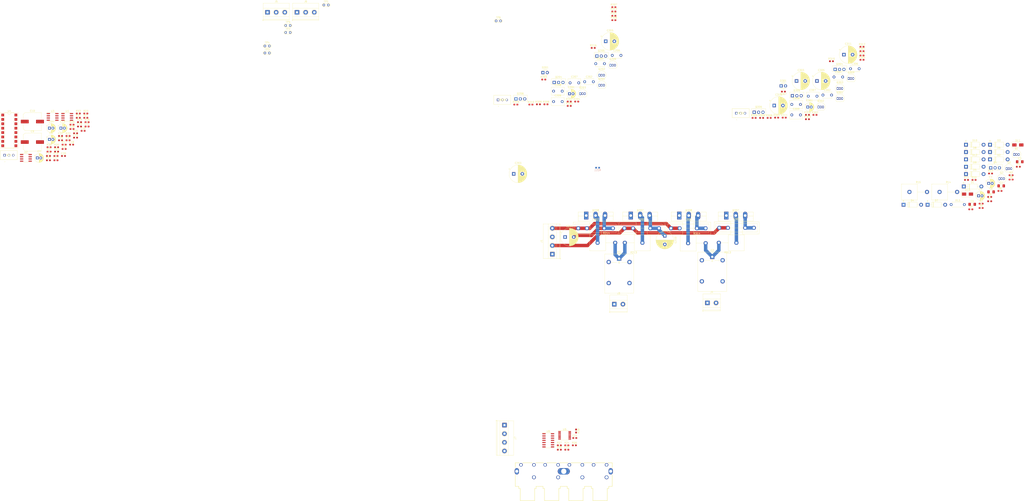
<source format=kicad_pcb>
(kicad_pcb (version 20171130) (host pcbnew "(5.1.4)-1")
  (layers (0 F.Cu signal) (31 B.Cu signal) (34 B.Paste user hide) (35 F.Paste user hide) (36 B.SilkS user) (37 F.SilkS user) (38 B.Mask user hide) (39 F.Mask user hide) (44 Edge.Cuts user))
  (net 0 "")
  (net 1 GND)
  (net 2 "Net-(C201-Pad2)")
  (net 3 "Net-(C202-Pad1)")
  (net 4 "Net-(C203-Pad2)")
  (net 5 "Net-(C204-Pad1)")
  (net 6 "Net-(C204-Pad2)")
  (net 7 "Net-(C205-Pad2)")
  (net 8 "Net-(C206-Pad2)")
  (net 9 "Net-(C206-Pad1)")
  (net 10 "Net-(C306-Pad1)")
  (net 11 "Net-(D201-Pad2)")
  (net 12 "Net-(Q201-Pad2)")
  (net 13 "Net-(Q201-Pad3)")
  (net 14 "Net-(Q205-Pad2)")
  (net 15 "Net-(C207-Pad1)")
  (net 16 "Net-(Q202-Pad2)")
  (net 17 "Net-(Q203-Pad3)")
  (net 18 "Net-(Q209-Pad2)")
  (net 19 /audio_pwr_L/P35_fused_L)
  (net 20 /audio_pwr_L/N35_fused_L)
  (net 21 /audio_pwr_L/pwr_fet_pos_L)
  (net 22 /audio_pwr_L/pwr_fet_neg_L)
  (net 23 "Net-(C301-Pad2)")
  (net 24 "Net-(C302-Pad1)")
  (net 25 "Net-(C303-Pad2)")
  (net 26 "Net-(C304-Pad2)")
  (net 27 "Net-(C304-Pad1)")
  (net 28 "Net-(C305-Pad2)")
  (net 29 "Net-(C306-Pad2)")
  (net 30 "Net-(C307-Pad1)")
  (net 31 /audio_pwr_R/P35_fused_R)
  (net 32 /audio_pwr_R/N35_fused_R)
  (net 33 "Net-(D301-Pad2)")
  (net 34 "Net-(Q301-Pad3)")
  (net 35 "Net-(Q301-Pad2)")
  (net 36 "Net-(Q302-Pad2)")
  (net 37 "Net-(Q303-Pad3)")
  (net 38 "Net-(Q305-Pad2)")
  (net 39 /audio_pwr_R/pwr_fet_pos_R)
  (net 40 /audio_pwr_R/pwr_fet_neg_R)
  (net 41 "Net-(Q309-Pad2)")
  (net 42 "Net-(C1-Pad1)")
  (net 43 "Net-(C2-Pad1)")
  (net 44 "Net-(C3-Pad2)")
  (net 45 "Net-(C3-Pad1)")
  (net 46 "Net-(C4-Pad1)")
  (net 47 /short_protection_muting/audio_rly_out_R)
  (net 48 "Net-(C5-Pad1)")
  (net 49 "Net-(C6-Pad1)")
  (net 50 /short_protection_muting/audio_rly_out_L)
  (net 51 "Net-(C7-Pad1)")
  (net 52 "Net-(C7-Pad2)")
  (net 53 "Net-(C8-Pad1)")
  (net 54 "Net-(C8-Pad2)")
  (net 55 /volume/v_ec-)
  (net 56 "Net-(C11-Pad2)")
  (net 57 "Net-(C11-Pad1)")
  (net 58 "Net-(C12-Pad1)")
  (net 59 "Net-(C12-Pad2)")
  (net 60 /line_audio_R)
  (net 61 "Net-(C13-Pad1)")
  (net 62 /line_audio_L)
  (net 63 "Net-(C14-Pad1)")
  (net 64 +12V)
  (net 65 -12V)
  (net 66 /pwr_audio_L)
  (net 67 /pwr_audio_R)
  (net 68 "Net-(D1-Pad1)")
  (net 69 "Net-(D3-Pad2)")
  (net 70 "Net-(D8-Pad2)")
  (net 71 "Net-(D9-Pad1)")
  (net 72 "Net-(D10-Pad2)")
  (net 73 /short_protection_muting/RLY_+L)
  (net 74 /short_protection_muting/RLY_-L_+R)
  (net 75 "Net-(D12-Pad2)")
  (net 76 +35V)
  (net 77 -35V)
  (net 78 25Vac)
  (net 79 /input_select/IN3_L)
  (net 80 /input_select/IN3_R)
  (net 81 /input_select/IN2_L)
  (net 82 /input_select/IN2_R)
  (net 83 /input_select/IN1_L)
  (net 84 /input_select/IN1_R)
  (net 85 /input_select/IN4_L)
  (net 86 /input_select/IN4_R)
  (net 87 /volume/vol_pot_3)
  (net 88 /volume/vol_pot_2)
  (net 89 /volume/vol_pot_1)
  (net 90 /input_select/input_sw_com)
  (net 91 /input_select/input_sw_3)
  (net 92 /input_select/input_sw_2)
  (net 93 /input_select/input_sw_1)
  (net 94 "Net-(Q1-Pad1)")
  (net 95 "Net-(Q2-Pad2)")
  (net 96 "Net-(Q2-Pad3)")
  (net 97 "Net-(Q2-Pad1)")
  (net 98 "Net-(Q3-Pad1)")
  (net 99 "Net-(Q3-Pad2)")
  (net 100 "Net-(R18-Pad1)")
  (net 101 "Net-(R20-Pad1)")
  (net 102 "Net-(R20-Pad2)")
  (net 103 "Net-(R21-Pad2)")
  (net 104 /pre_vol_audio_R)
  (net 105 /pre_vol_audio_L)
  (net 106 "Net-(R24-Pad2)")
  (net 107 "Net-(R26-Pad2)")
  (net 108 "Net-(R27-Pad2)")
  (net 109 "Net-(R30-Pad2)")
  (net 110 "Net-(R31-Pad2)")
  (net 111 "Net-(R38-Pad1)")
  (net 112 "Net-(R39-Pad1)")
  (net 113 "Net-(U4-Pad4)")
  (net 114 "Net-(U4-Pad13)")
  (net 115 "Net-(U6-Pad10)")
  (net 116 "Net-(U6-Pad11)")
  (module Resistor_THT:R_Axial_Power_L25.0mm_W9.0mm_P10.16mm_Vertical (layer F.Cu) (at 86.868 43.688)
    (fp_text reference R214 (at 5.08 -5.62) (layer F.SilkS))
    (fp_text value 15m)
    (pad 2 thru_hole oval (at 10.16 0) (size 2.4 2.4) (drill 1.2) (layers *.Cu *.Mask) (net 66 /pwr_audio_L))
    (pad 1 thru_hole circle (at 0 0) (size 2.4 2.4) (drill 1.2) (layers *.Cu *.Mask) (net 22 /audio_pwr_L/pwr_fet_neg_L))
  )
  (module Relay_THT:Relay_SPDT_Omron-G5LE-1 (layer F.Cu) (at 153.162 51.816)
    (fp_text reference K2 (at 0 -3.8) (layer F.SilkS))
    (fp_text value G5LE-1)
    (pad 5 thru_hole oval (at 6 2) (size 2.5 2.5) (drill 1.3) (layers *.Cu *.Mask) (net 1 GND))
    (pad 4 thru_hole oval (at 6 14.2) (size 2.5 2.5) (drill 1.3) (layers *.Cu *.Mask) (net 1 GND))
    (pad 3 thru_hole oval (at -6 14.2) (size 2.5 2.5) (drill 1.3) (layers *.Cu *.Mask) (net 47 /short_protection_muting/audio_rly_out_R))
    (pad 2 thru_hole oval (at -6 2) (size 2.5 2.5) (drill 1.3) (layers *.Cu *.Mask) (net 74 /short_protection_muting/RLY_-L_+R))
    (pad 1 thru_hole rect (at 0 0) (size 2.5 2.5) (drill 1.3) (layers *.Cu *.Mask) (net 67 /pwr_audio_R))
  )
  (module Resistor_THT:R_Axial_Power_L25.0mm_W9.0mm_P10.16mm_Vertical (layer F.Cu) (at 112.776 43.688 180)
    (fp_text reference R213 (at 5.08 -5.62) (layer F.SilkS))
    (fp_text value 15m)
    (pad 2 thru_hole oval (at 10.16 0 180) (size 2.4 2.4) (drill 1.2) (layers *.Cu *.Mask) (net 66 /pwr_audio_L))
    (pad 1 thru_hole circle (at 0 0 180) (size 2.4 2.4) (drill 1.2) (layers *.Cu *.Mask) (net 21 /audio_pwr_L/pwr_fet_pos_L))
  )
  (module Resistor_THT:R_Axial_Power_L25.0mm_W9.0mm_P10.16mm_Vertical (layer F.Cu) (at 139.192 43.942)
    (fp_text reference R314 (at 5.08 -5.62) (layer F.SilkS))
    (fp_text value 15m)
    (pad 2 thru_hole oval (at 10.16 0) (size 2.4 2.4) (drill 1.2) (layers *.Cu *.Mask) (net 67 /pwr_audio_R))
    (pad 1 thru_hole circle (at 0 0) (size 2.4 2.4) (drill 1.2) (layers *.Cu *.Mask) (net 40 /audio_pwr_R/pwr_fet_neg_R))
  )
  (module Resistor_THT:R_Axial_Power_L25.0mm_W9.0mm_P10.16mm_Vertical (layer F.Cu) (at 167.132 43.688 180)
    (fp_text reference R313 (at 5.08 -5.62) (layer F.SilkS))
    (fp_text value 15m)
    (pad 2 thru_hole oval (at 10.16 0 180) (size 2.4 2.4) (drill 1.2) (layers *.Cu *.Mask) (net 67 /pwr_audio_R))
    (pad 1 thru_hole circle (at 0 0 180) (size 2.4 2.4) (drill 1.2) (layers *.Cu *.Mask) (net 39 /audio_pwr_R/pwr_fet_pos_R))
  )
  (module TestPoint:TestPoint_2Pads_Pitch2.54mm_Drill0.8mm (layer F.Cu) (at 28.195001 -84.719999)
    (fp_text reference TP6 (at 1.3 -2) (layer F.SilkS))
    (fp_text value post_amp_pre_rly_R)
    (pad 2 thru_hole circle (at 2.54 0) (size 1.4 1.4) (drill 0.8) (layers *.Cu *.Mask) (net 1 GND))
    (pad 1 thru_hole circle (at 0 0) (size 1.4 1.4) (drill 0.8) (layers *.Cu *.Mask) (net 67 /pwr_audio_R))
  )
  (module TestPoint:TestPoint_2Pads_Pitch2.54mm_Drill0.8mm (layer F.Cu) (at -93.449999 -82.069999)
    (fp_text reference TP5 (at 1.3 -2) (layer F.SilkS))
    (fp_text value post_amp_pre_rly_L)
    (pad 2 thru_hole circle (at 2.54 0) (size 1.4 1.4) (drill 0.8) (layers *.Cu *.Mask) (net 1 GND))
    (pad 1 thru_hole circle (at 0 0) (size 1.4 1.4) (drill 0.8) (layers *.Cu *.Mask) (net 66 /pwr_audio_L))
  )
  (module TestPoint:TestPoint_2Pads_Pitch2.54mm_Drill0.8mm (layer F.Cu) (at -105.499999 -70.209999)
    (fp_text reference TP4 (at 1.3 -2) (layer F.SilkS))
    (fp_text value post_vol_pre_amp_R)
    (pad 2 thru_hole circle (at 2.54 0) (size 1.4 1.4) (drill 0.8) (layers *.Cu *.Mask) (net 1 GND))
    (pad 1 thru_hole circle (at 0 0) (size 1.4 1.4) (drill 0.8) (layers *.Cu *.Mask) (net 60 /line_audio_R))
  )
  (module TestPoint:TestPoint_2Pads_Pitch2.54mm_Drill0.8mm (layer F.Cu) (at -105.499999 -66.159999)
    (fp_text reference TP3 (at 1.3 -2) (layer F.SilkS))
    (fp_text value post_vol_pre_amp_L)
    (pad 2 thru_hole circle (at 2.54 0) (size 1.4 1.4) (drill 0.8) (layers *.Cu *.Mask) (net 1 GND))
    (pad 1 thru_hole circle (at 0 0) (size 1.4 1.4) (drill 0.8) (layers *.Cu *.Mask) (net 62 /line_audio_L))
  )
  (module TestPoint:TestPoint_2Pads_Pitch2.54mm_Drill0.8mm (layer F.Cu) (at -93.449999 -78.019999)
    (fp_text reference TP2 (at 1.3 -2) (layer F.SilkS))
    (fp_text value post_sw_pre_vol_R)
    (pad 2 thru_hole circle (at 2.54 0) (size 1.4 1.4) (drill 0.8) (layers *.Cu *.Mask) (net 1 GND))
    (pad 1 thru_hole circle (at 0 0) (size 1.4 1.4) (drill 0.8) (layers *.Cu *.Mask) (net 104 /pre_vol_audio_R))
  )
  (module TestPoint:TestPoint_2Pads_Pitch2.54mm_Drill0.8mm (layer F.Cu) (at -71.399999 -93.929999)
    (fp_text reference TP1 (at 1.3 -2) (layer F.SilkS))
    (fp_text value post_sw_pre_vol_L)
    (pad 2 thru_hole circle (at 2.54 0) (size 1.4 1.4) (drill 0.8) (layers *.Cu *.Mask) (net 1 GND))
    (pad 1 thru_hole circle (at 0 0) (size 1.4 1.4) (drill 0.8) (layers *.Cu *.Mask) (net 105 /pre_vol_audio_L))
  )
  (module Capacitor_SMD:C_1206_3216Metric_Pad1.42x1.75mm_HandSolder (layer F.Cu) (at 320.255001 10.780001)
    (fp_text reference C1 (at 0 -1.82) (layer F.SilkS))
    (fp_text value 10u)
    (pad 1 smd roundrect (at -1.4875 0) (size 1.425 1.75) (layers F.Cu F.Paste F.Mask) (roundrect_rratio 0.175439) (net 42 "Net-(C1-Pad1)"))
    (pad 2 smd roundrect (at 1.4875 0) (size 1.425 1.75) (layers F.Cu F.Paste F.Mask) (roundrect_rratio 0.175439) (net 1 GND))
  )
  (module Capacitor_SMD:C_1206_3216Metric_Pad1.42x1.75mm_HandSolder (layer F.Cu) (at 330.965001 -3.209999)
    (fp_text reference C2 (at 0 -1.82) (layer F.SilkS))
    (fp_text value 10u)
    (pad 2 smd roundrect (at 1.4875 0) (size 1.425 1.75) (layers F.Cu F.Paste F.Mask) (roundrect_rratio 0.175439) (net 1 GND))
    (pad 1 smd roundrect (at -1.4875 0) (size 1.425 1.75) (layers F.Cu F.Paste F.Mask) (roundrect_rratio 0.175439) (net 43 "Net-(C2-Pad1)"))
  )
  (module Capacitor_THT:CP_Radial_D5.0mm_P2.00mm (layer F.Cu) (at 307.154776 16.520001)
    (fp_text reference C3 (at 1 -3.75) (layer F.SilkS))
    (fp_text value 10u)
    (pad 1 thru_hole rect (at 0 0) (size 1.6 1.6) (drill 0.8) (layers *.Cu *.Mask) (net 45 "Net-(C3-Pad1)"))
    (pad 2 thru_hole circle (at 2 0) (size 1.6 1.6) (drill 0.8) (layers *.Cu *.Mask) (net 44 "Net-(C3-Pad2)"))
  )
  (module Capacitor_THT:CP_Radial_D5.0mm_P2.00mm (layer F.Cu) (at 313.014776 9.330001)
    (fp_text reference C4 (at 1 -3.75) (layer F.SilkS))
    (fp_text value 1u)
    (pad 2 thru_hole circle (at 2 0) (size 1.6 1.6) (drill 0.8) (layers *.Cu *.Mask) (net 1 GND))
    (pad 1 thru_hole rect (at 0 0) (size 1.6 1.6) (drill 0.8) (layers *.Cu *.Mask) (net 46 "Net-(C4-Pad1)"))
  )
  (module Capacitor_SMD:C_1206_3216Metric_Pad1.42x1.75mm_HandSolder (layer F.Cu) (at 303.485001 21.440001)
    (fp_text reference C5 (at 0 -1.82) (layer F.SilkS))
    (fp_text value 10u)
    (pad 2 smd roundrect (at 1.4875 0) (size 1.425 1.75) (layers F.Cu F.Paste F.Mask) (roundrect_rratio 0.175439) (net 47 /short_protection_muting/audio_rly_out_R))
    (pad 1 smd roundrect (at -1.4875 0) (size 1.425 1.75) (layers F.Cu F.Paste F.Mask) (roundrect_rratio 0.175439) (net 48 "Net-(C5-Pad1)"))
  )
  (module Capacitor_SMD:C_1206_3216Metric_Pad1.42x1.75mm_HandSolder (layer F.Cu) (at 314.395001 14.250001)
    (fp_text reference C6 (at 0 -1.82) (layer F.SilkS))
    (fp_text value 10u)
    (pad 1 smd roundrect (at -1.4875 0) (size 1.425 1.75) (layers F.Cu F.Paste F.Mask) (roundrect_rratio 0.175439) (net 49 "Net-(C6-Pad1)"))
    (pad 2 smd roundrect (at 1.4875 0) (size 1.425 1.75) (layers F.Cu F.Paste F.Mask) (roundrect_rratio 0.175439) (net 50 /short_protection_muting/audio_rly_out_L))
  )
  (module Capacitor_THT:CP_Radial_D5.0mm_P2.00mm (layer F.Cu) (at -237.115224 -5.409999)
    (fp_text reference C7 (at 1 -3.75) (layer F.SilkS))
    (fp_text value 10u)
    (pad 1 thru_hole rect (at 0 0) (size 1.6 1.6) (drill 0.8) (layers *.Cu *.Mask) (net 51 "Net-(C7-Pad1)"))
    (pad 2 thru_hole circle (at 2 0) (size 1.6 1.6) (drill 0.8) (layers *.Cu *.Mask) (net 52 "Net-(C7-Pad2)"))
  )
  (module Capacitor_THT:CP_Radial_D5.0mm_P2.00mm (layer F.Cu) (at -230.125224 -16.109999)
    (fp_text reference C8 (at 1 -3.75) (layer F.SilkS))
    (fp_text value 10u)
    (pad 1 thru_hole rect (at 0 0) (size 1.6 1.6) (drill 0.8) (layers *.Cu *.Mask) (net 53 "Net-(C8-Pad1)"))
    (pad 2 thru_hole circle (at 2 0) (size 1.6 1.6) (drill 0.8) (layers *.Cu *.Mask) (net 54 "Net-(C8-Pad2)"))
  )
  (module Capacitor_SMD:C_Elec_10x10.2 (layer F.Cu) (at -239.964999 -14.609999)
    (fp_text reference C9 (at 0 -6.2) (layer F.SilkS))
    (fp_text value 1000u)
    (pad 2 smd roundrect (at 4.4 0) (size 4.6 2.1) (layers F.Cu F.Paste F.Mask) (roundrect_rratio 0.119048) (net 1 GND))
    (pad 1 smd roundrect (at -4.4 0) (size 4.6 2.1) (layers F.Cu F.Paste F.Mask) (roundrect_rratio 0.119048) (net 55 /volume/v_ec-))
  )
  (module Capacitor_SMD:C_Elec_10x10.2 (layer F.Cu) (at -239.964999 -26.459999)
    (fp_text reference C10 (at 0 -6.2) (layer F.SilkS))
    (fp_text value 1000u)
    (pad 1 smd roundrect (at -4.4 0) (size 4.6 2.1) (layers F.Cu F.Paste F.Mask) (roundrect_rratio 0.119048) (net 55 /volume/v_ec-))
    (pad 2 smd roundrect (at 4.4 0) (size 4.6 2.1) (layers F.Cu F.Paste F.Mask) (roundrect_rratio 0.119048) (net 1 GND))
  )
  (module Capacitor_SMD:C_0603_1608Metric_Pad1.05x0.95mm_HandSolder (layer F.Cu) (at -208.354999 -23.599999)
    (fp_text reference C11 (at 0 -1.43) (layer F.SilkS))
    (fp_text value 22p)
    (pad 2 smd roundrect (at 0.875 0) (size 1.05 0.95) (layers F.Cu F.Paste F.Mask) (net 56 "Net-(C11-Pad2)"))
    (pad 1 smd roundrect (at -0.875 0) (size 1.05 0.95) (layers F.Cu F.Paste F.Mask) (net 57 "Net-(C11-Pad1)"))
  )
  (module Capacitor_SMD:C_0603_1608Metric_Pad1.05x0.95mm_HandSolder (layer F.Cu) (at -221.614999 -10.599999)
    (fp_text reference C12 (at 0 -1.43) (layer F.SilkS))
    (fp_text value 22p)
    (pad 1 smd roundrect (at -0.875 0) (size 1.05 0.95) (layers F.Cu F.Paste F.Mask) (net 58 "Net-(C12-Pad1)"))
    (pad 2 smd roundrect (at 0.875 0) (size 1.05 0.95) (layers F.Cu F.Paste F.Mask) (net 59 "Net-(C12-Pad2)"))
  )
  (module Capacitor_THT:CP_Radial_D5.0mm_P2.00mm (layer F.Cu) (at -223.495224 -22.659999)
    (fp_text reference C13 (at 1 -3.75) (layer F.SilkS))
    (fp_text value 10u)
    (pad 2 thru_hole circle (at 2 0) (size 1.6 1.6) (drill 0.8) (layers *.Cu *.Mask) (net 60 /line_audio_R))
    (pad 1 thru_hole rect (at 0 0) (size 1.6 1.6) (drill 0.8) (layers *.Cu *.Mask) (net 61 "Net-(C13-Pad1)"))
  )
  (module Capacitor_THT:CP_Radial_D5.0mm_P2.00mm (layer F.Cu) (at -230.125224 -22.659999)
    (fp_text reference C14 (at 1 -3.75) (layer F.SilkS))
    (fp_text value 10u)
    (pad 2 thru_hole circle (at 2 0) (size 1.6 1.6) (drill 0.8) (layers *.Cu *.Mask) (net 62 /line_audio_L))
    (pad 1 thru_hole rect (at 0 0) (size 1.6 1.6) (drill 0.8) (layers *.Cu *.Mask) (net 63 "Net-(C14-Pad1)"))
  )
  (module Capacitor_SMD:C_0603_1608Metric_Pad1.05x0.95mm_HandSolder (layer F.Cu) (at -214.984999 -17.149999)
    (fp_text reference C15 (at 0 -1.43) (layer F.SilkS))
    (fp_text value 0.1u)
    (pad 1 smd roundrect (at -0.875 0) (size 1.05 0.95) (layers F.Cu F.Paste F.Mask) (net 64 +12V))
    (pad 2 smd roundrect (at 0.875 0) (size 1.05 0.95) (layers F.Cu F.Paste F.Mask) (net 1 GND))
  )
  (module Capacitor_SMD:C_0603_1608Metric_Pad1.05x0.95mm_HandSolder (layer F.Cu) (at -210.634999 -21.089999)
    (fp_text reference C16 (at 0 -1.43) (layer F.SilkS))
    (fp_text value 0.1u)
    (pad 2 smd roundrect (at 0.875 0) (size 1.05 0.95) (layers F.Cu F.Paste F.Mask) (net 65 -12V))
    (pad 1 smd roundrect (at -0.875 0) (size 1.05 0.95) (layers F.Cu F.Paste F.Mask) (net 1 GND))
  )
  (module Capacitor_SMD:C_0603_1608Metric_Pad1.05x0.95mm_HandSolder (layer F.Cu) (at -226.324999 -4.049999)
    (fp_text reference C17 (at 0 -1.43) (layer F.SilkS))
    (fp_text value 0.1u)
    (pad 1 smd roundrect (at -0.875 0) (size 1.05 0.95) (layers F.Cu F.Paste F.Mask) (net 64 +12V))
    (pad 2 smd roundrect (at 0.875 0) (size 1.05 0.95) (layers F.Cu F.Paste F.Mask) (net 1 GND))
  )
  (module Capacitor_SMD:C_0603_1608Metric_Pad1.05x0.95mm_HandSolder (layer F.Cu) (at -217.264999 -13.109999)
    (fp_text reference C18 (at 0 -1.43) (layer F.SilkS))
    (fp_text value 0.1u)
    (pad 2 smd roundrect (at 0.875 0) (size 1.05 0.95) (layers F.Cu F.Paste F.Mask) (net 65 -12V))
    (pad 1 smd roundrect (at -0.875 0) (size 1.05 0.95) (layers F.Cu F.Paste F.Mask) (net 1 GND))
  )
  (module Capacitor_SMD:C_0603_1608Metric_Pad1.05x0.95mm_HandSolder (layer F.Cu) (at -212.704999 -23.599999)
    (fp_text reference C19 (at 0 -1.43) (layer F.SilkS))
    (fp_text value 0.1u)
    (pad 1 smd roundrect (at -0.875 0) (size 1.05 0.95) (layers F.Cu F.Paste F.Mask) (net 64 +12V))
    (pad 2 smd roundrect (at 0.875 0) (size 1.05 0.95) (layers F.Cu F.Paste F.Mask) (net 1 GND))
  )
  (module Capacitor_SMD:C_0603_1608Metric_Pad1.05x0.95mm_HandSolder (layer F.Cu) (at -221.974999 -6.559999)
    (fp_text reference C20 (at 0 -1.43) (layer F.SilkS))
    (fp_text value 0.1u)
    (pad 2 smd roundrect (at 0.875 0) (size 1.05 0.95) (layers F.Cu F.Paste F.Mask) (net 65 -12V))
    (pad 1 smd roundrect (at -0.875 0) (size 1.05 0.95) (layers F.Cu F.Paste F.Mask) (net 1 GND))
  )
  (module Capacitor_SMD:C_0603_1608Metric_Pad1.05x0.95mm_HandSolder (layer F.Cu) (at -223.684999 -18.129999)
    (fp_text reference C21 (at 0 -1.43) (layer F.SilkS))
    (fp_text value 0.1u)
    (pad 1 smd roundrect (at -0.875 0) (size 1.05 0.95) (layers F.Cu F.Paste F.Mask) (net 64 +12V))
    (pad 2 smd roundrect (at 0.875 0) (size 1.05 0.95) (layers F.Cu F.Paste F.Mask) (net 1 GND))
  )
  (module Capacitor_SMD:C_0603_1608Metric_Pad1.05x0.95mm_HandSolder (layer F.Cu) (at -230.674999 -6.559999)
    (fp_text reference C22 (at 0 -1.43) (layer F.SilkS))
    (fp_text value 0.1u)
    (pad 2 smd roundrect (at 0.875 0) (size 1.05 0.95) (layers F.Cu F.Paste F.Mask) (net 65 -12V))
    (pad 1 smd roundrect (at -0.875 0) (size 1.05 0.95) (layers F.Cu F.Paste F.Mask) (net 1 GND))
  )
  (module Capacitor_SMD:C_0603_1608Metric_Pad1.05x0.95mm_HandSolder (layer F.Cu) (at 69.085001 163.460001)
    (fp_text reference C23 (at 0 -1.43) (layer F.SilkS))
    (fp_text value 0.1u)
    (pad 1 smd roundrect (at -0.875 0) (size 1.05 0.95) (layers F.Cu F.Paste F.Mask) (net 64 +12V))
    (pad 2 smd roundrect (at 0.875 0) (size 1.05 0.95) (layers F.Cu F.Paste F.Mask) (net 1 GND))
  )
  (module Capacitor_SMD:C_0603_1608Metric_Pad1.05x0.95mm_HandSolder (layer F.Cu) (at 73.685001 156.710001)
    (fp_text reference C24 (at 0 -1.43) (layer F.SilkS))
    (fp_text value 0.1u)
    (pad 2 smd roundrect (at 0.875 0) (size 1.05 0.95) (layers F.Cu F.Paste F.Mask) (net 1 GND))
    (pad 1 smd roundrect (at -0.875 0) (size 1.05 0.95) (layers F.Cu F.Paste F.Mask) (net 64 +12V))
  )
  (module Capacitor_THT:CP_Radial_D5.0mm_P2.00mm (layer F.Cu) (at 70.644776 -42.569999)
    (fp_text reference C201 (at 1 -3.75) (layer F.SilkS))
    (fp_text value 4.7u)
    (pad 2 thru_hole circle (at 2 0) (size 1.6 1.6) (drill 0.8) (layers *.Cu *.Mask) (net 2 "Net-(C201-Pad2)"))
    (pad 1 thru_hole rect (at 0 0) (size 1.6 1.6) (drill 0.8) (layers *.Cu *.Mask) (net 62 /line_audio_L))
  )
  (module Capacitor_THT:C_Disc_D5.1mm_W3.2mm_P5.00mm (layer F.Cu) (at 79.405001 -49.519999)
    (fp_text reference C202 (at 2.5 -2.85) (layer F.SilkS))
    (fp_text value 100p)
    (pad 2 thru_hole circle (at 5 0) (size 1.6 1.6) (drill 0.8) (layers *.Cu *.Mask) (net 1 GND))
    (pad 1 thru_hole circle (at 0 0) (size 1.6 1.6) (drill 0.8) (layers *.Cu *.Mask) (net 3 "Net-(C202-Pad1)"))
  )
  (module Capacitor_THT:CP_Radial_D10.0mm_P5.00mm (layer F.Cu) (at 38.354 3.81)
    (fp_text reference C203 (at 2.5 -6.25) (layer F.SilkS))
    (fp_text value 100u)
    (pad 2 thru_hole circle (at 5 0) (size 2 2) (drill 1) (layers *.Cu *.Mask) (net 4 "Net-(C203-Pad2)"))
    (pad 1 thru_hole rect (at 0 0) (size 2 2) (drill 1) (layers *.Cu *.Mask) (net 1 GND))
  )
  (module Capacitor_THT:C_Disc_D5.1mm_W3.2mm_P5.00mm (layer F.Cu) (at 85.805001 -59.969999)
    (fp_text reference C204 (at 2.5 -2.85) (layer F.SilkS))
    (fp_text value 100p)
    (pad 2 thru_hole circle (at 5 0) (size 1.6 1.6) (drill 0.8) (layers *.Cu *.Mask) (net 6 "Net-(C204-Pad2)"))
    (pad 1 thru_hole circle (at 0 0) (size 1.6 1.6) (drill 0.8) (layers *.Cu *.Mask) (net 5 "Net-(C204-Pad1)"))
  )
  (module Capacitor_THT:CP_Radial_D10.0mm_P5.00mm (layer F.Cu) (at 91.549647 -72.919999)
    (fp_text reference C205 (at 2.5 -6.25) (layer F.SilkS))
    (fp_text value 100u)
    (pad 1 thru_hole rect (at 0 0) (size 2 2) (drill 1) (layers *.Cu *.Mask) (net 66 /pwr_audio_L))
    (pad 2 thru_hole circle (at 5 0) (size 2 2) (drill 1) (layers *.Cu *.Mask) (net 7 "Net-(C205-Pad2)"))
  )
  (module Capacitor_THT:C_Disc_D5.1mm_W3.2mm_P5.00mm (layer F.Cu) (at 95.355001 -64.769999)
    (fp_text reference C206 (at 2.5 -2.85) (layer F.SilkS))
    (fp_text value 100p)
    (pad 1 thru_hole circle (at 0 0) (size 1.6 1.6) (drill 0.8) (layers *.Cu *.Mask) (net 9 "Net-(C206-Pad1)"))
    (pad 2 thru_hole circle (at 5 0) (size 1.6 1.6) (drill 0.8) (layers *.Cu *.Mask) (net 8 "Net-(C206-Pad2)"))
  )
  (module Capacitor_THT:C_Rect_L7.2mm_W4.5mm_P5.00mm_FKS2_FKP2_MKS2_MKP2 (layer F.Cu) (at 70.955001 -48.869999)
    (fp_text reference C207 (at 2.5 -3.5) (layer F.SilkS))
    (fp_text value 100n)
    (pad 2 thru_hole circle (at 5 0) (size 1.6 1.6) (drill 0.8) (layers *.Cu *.Mask) (net 1 GND))
    (pad 1 thru_hole circle (at 0 0) (size 1.6 1.6) (drill 0.8) (layers *.Cu *.Mask) (net 15 "Net-(C207-Pad1)"))
  )
  (module Capacitor_THT:C_Rect_L7.2mm_W4.5mm_P5.00mm_FKS2_FKP2_MKS2_MKP2 (layer F.Cu) (at 61.405001 -44.069999)
    (fp_text reference C208 (at 2.5 -3.5) (layer F.SilkS))
    (fp_text value 100n)
    (pad 2 thru_hole circle (at 5 0) (size 1.6 1.6) (drill 0.8) (layers *.Cu *.Mask) (net 1 GND))
    (pad 1 thru_hole circle (at 0 0) (size 1.6 1.6) (drill 0.8) (layers *.Cu *.Mask) (net 19 /audio_pwr_L/P35_fused_L))
  )
  (module Capacitor_THT:C_Rect_L7.2mm_W4.5mm_P5.00mm_FKS2_FKP2_MKS2_MKP2 (layer F.Cu) (at 61.405001 -38.019999)
    (fp_text reference C209 (at 2.5 -3.5) (layer F.SilkS))
    (fp_text value 100n)
    (pad 1 thru_hole circle (at 0 0) (size 1.6 1.6) (drill 0.8) (layers *.Cu *.Mask) (net 1 GND))
    (pad 2 thru_hole circle (at 5 0) (size 1.6 1.6) (drill 0.8) (layers *.Cu *.Mask) (net 20 /audio_pwr_L/N35_fused_L))
  )
  (module Capacitor_THT:CP_Radial_D10.0mm_P5.00mm (layer F.Cu) (at 125.73 39.624 270)
    (fp_text reference C210 (at 2.5 -6.25 90) (layer F.SilkS))
    (fp_text value 100u)
    (pad 1 thru_hole rect (at 0 0 270) (size 2 2) (drill 1) (layers *.Cu *.Mask) (net 19 /audio_pwr_L/P35_fused_L))
    (pad 2 thru_hole circle (at 5 0 270) (size 2 2) (drill 1) (layers *.Cu *.Mask) (net 1 GND))
  )
  (module Capacitor_THT:CP_Radial_D10.0mm_P5.00mm (layer F.Cu) (at 68.072 40.386)
    (fp_text reference C211 (at 2.5 -6.25) (layer F.SilkS))
    (fp_text value 100u)
    (pad 2 thru_hole circle (at 5 0) (size 2 2) (drill 1) (layers *.Cu *.Mask) (net 20 /audio_pwr_L/N35_fused_L))
    (pad 1 thru_hole rect (at 0 0) (size 2 2) (drill 1) (layers *.Cu *.Mask) (net 1 GND))
  )
  (module Capacitor_THT:CP_Radial_D5.0mm_P2.00mm (layer F.Cu) (at 208.404776 -34.859999)
    (fp_text reference C301 (at 1 -3.75) (layer F.SilkS))
    (fp_text value 4.7u)
    (pad 1 thru_hole rect (at 0 0) (size 1.6 1.6) (drill 0.8) (layers *.Cu *.Mask) (net 60 /line_audio_R))
    (pad 2 thru_hole circle (at 2 0) (size 1.6 1.6) (drill 0.8) (layers *.Cu *.Mask) (net 23 "Net-(C301-Pad2)"))
  )
  (module Capacitor_THT:C_Disc_D5.1mm_W3.2mm_P5.00mm (layer F.Cu) (at 217.165001 -41.809999)
    (fp_text reference C302 (at 2.5 -2.85) (layer F.SilkS))
    (fp_text value 100p)
    (pad 1 thru_hole circle (at 0 0) (size 1.6 1.6) (drill 0.8) (layers *.Cu *.Mask) (net 24 "Net-(C302-Pad1)"))
    (pad 2 thru_hole circle (at 5 0) (size 1.6 1.6) (drill 0.8) (layers *.Cu *.Mask) (net 1 GND))
  )
  (module Capacitor_THT:CP_Radial_D10.0mm_P5.00mm (layer F.Cu) (at 201.909647 -49.959999)
    (fp_text reference C303 (at 2.5 -6.25) (layer F.SilkS))
    (fp_text value 100u)
    (pad 2 thru_hole circle (at 5 0) (size 2 2) (drill 1) (layers *.Cu *.Mask) (net 25 "Net-(C303-Pad2)"))
    (pad 1 thru_hole rect (at 0 0) (size 2 2) (drill 1) (layers *.Cu *.Mask) (net 1 GND))
  )
  (module Capacitor_THT:C_Disc_D5.1mm_W3.2mm_P5.00mm (layer F.Cu) (at 223.565001 -52.259999)
    (fp_text reference C304 (at 2.5 -2.85) (layer F.SilkS))
    (fp_text value 100p)
    (pad 2 thru_hole circle (at 5 0) (size 1.6 1.6) (drill 0.8) (layers *.Cu *.Mask) (net 26 "Net-(C304-Pad2)"))
    (pad 1 thru_hole circle (at 0 0) (size 1.6 1.6) (drill 0.8) (layers *.Cu *.Mask) (net 27 "Net-(C304-Pad1)"))
  )
  (module Capacitor_THT:CP_Radial_D10.0mm_P5.00mm (layer F.Cu) (at 213.719647 -49.959999)
    (fp_text reference C305 (at 2.5 -6.25) (layer F.SilkS))
    (fp_text value 100u)
    (pad 1 thru_hole rect (at 0 0) (size 2 2) (drill 1) (layers *.Cu *.Mask) (net 67 /pwr_audio_R))
    (pad 2 thru_hole circle (at 5 0) (size 2 2) (drill 1) (layers *.Cu *.Mask) (net 28 "Net-(C305-Pad2)"))
  )
  (module Capacitor_THT:C_Disc_D5.1mm_W3.2mm_P5.00mm (layer F.Cu) (at 233.115001 -57.059999)
    (fp_text reference C306 (at 2.5 -2.85) (layer F.SilkS))
    (fp_text value 100p)
    (pad 1 thru_hole circle (at 0 0) (size 1.6 1.6) (drill 0.8) (layers *.Cu *.Mask) (net 10 "Net-(C306-Pad1)"))
    (pad 2 thru_hole circle (at 5 0) (size 1.6 1.6) (drill 0.8) (layers *.Cu *.Mask) (net 29 "Net-(C306-Pad2)"))
  )
  (module Capacitor_THT:C_Rect_L7.2mm_W4.5mm_P5.00mm_FKS2_FKP2_MKS2_MKP2 (layer F.Cu) (at 208.715001 -41.159999)
    (fp_text reference C307 (at 2.5 -3.5) (layer F.SilkS))
    (fp_text value 100n)
    (pad 1 thru_hole circle (at 0 0) (size 1.6 1.6) (drill 0.8) (layers *.Cu *.Mask) (net 30 "Net-(C307-Pad1)"))
    (pad 2 thru_hole circle (at 5 0) (size 1.6 1.6) (drill 0.8) (layers *.Cu *.Mask) (net 1 GND))
  )
  (module Capacitor_THT:C_Rect_L7.2mm_W4.5mm_P5.00mm_FKS2_FKP2_MKS2_MKP2 (layer F.Cu) (at 199.165001 -36.359999)
    (fp_text reference C308 (at 2.5 -3.5) (layer F.SilkS))
    (fp_text value 100n)
    (pad 1 thru_hole circle (at 0 0) (size 1.6 1.6) (drill 0.8) (layers *.Cu *.Mask) (net 31 /audio_pwr_R/P35_fused_R))
    (pad 2 thru_hole circle (at 5 0) (size 1.6 1.6) (drill 0.8) (layers *.Cu *.Mask) (net 1 GND))
  )
  (module Capacitor_THT:C_Rect_L7.2mm_W4.5mm_P5.00mm_FKS2_FKP2_MKS2_MKP2 (layer F.Cu) (at 199.165001 -30.309999)
    (fp_text reference C309 (at 2.5 -3.5) (layer F.SilkS))
    (fp_text value 100n)
    (pad 2 thru_hole circle (at 5 0) (size 1.6 1.6) (drill 0.8) (layers *.Cu *.Mask) (net 32 /audio_pwr_R/N35_fused_R))
    (pad 1 thru_hole circle (at 0 0) (size 1.6 1.6) (drill 0.8) (layers *.Cu *.Mask) (net 1 GND))
  )
  (module Capacitor_THT:CP_Radial_D10.0mm_P5.00mm (layer F.Cu) (at 189.019647 -35.759999)
    (fp_text reference C310 (at 2.5 -6.25) (layer F.SilkS))
    (fp_text value 100u)
    (pad 1 thru_hole rect (at 0 0) (size 2 2) (drill 1) (layers *.Cu *.Mask) (net 31 /audio_pwr_R/P35_fused_R))
    (pad 2 thru_hole circle (at 5 0) (size 2 2) (drill 1) (layers *.Cu *.Mask) (net 1 GND))
  )
  (module Capacitor_THT:CP_Radial_D10.0mm_P5.00mm (layer F.Cu) (at 229.309647 -65.209999)
    (fp_text reference C311 (at 2.5 -6.25) (layer F.SilkS))
    (fp_text value 100u)
    (pad 2 thru_hole circle (at 5 0) (size 2 2) (drill 1) (layers *.Cu *.Mask) (net 32 /audio_pwr_R/N35_fused_R))
    (pad 1 thru_hole rect (at 0 0) (size 2 2) (drill 1) (layers *.Cu *.Mask) (net 1 GND))
  )
  (module Diode_THT:D_DO-41_SOD81_P10.16mm_Horizontal (layer F.Cu) (at 298.615001 11.120001)
    (fp_text reference D1 (at 5.08 -2.47) (layer F.SilkS))
    (fp_text value 1N4004)
    (fp_text user K (at 0 -2.1) (layer F.SilkS))
    (pad 1 thru_hole rect (at 0 0) (size 2.2 2.2) (drill 1.1) (layers *.Cu *.Mask) (net 68 "Net-(D1-Pad1)"))
    (pad 2 thru_hole oval (at 10.16 0) (size 2.2 2.2) (drill 1.1) (layers *.Cu *.Mask) (net 42 "Net-(C1-Pad1)"))
  )
  (module Diode_THT:D_DO-41_SOD81_P10.16mm_Horizontal (layer F.Cu) (at 313.805001 -4.569999)
    (fp_text reference D2 (at 5.08 -2.47) (layer F.SilkS))
    (fp_text value 1N4004)
    (fp_text user K (at 0 -2.1) (layer F.SilkS))
    (pad 1 thru_hole rect (at 0 0) (size 2.2 2.2) (drill 1.1) (layers *.Cu *.Mask) (net 68 "Net-(D1-Pad1)"))
    (pad 2 thru_hole oval (at 10.16 0) (size 2.2 2.2) (drill 1.1) (layers *.Cu *.Mask) (net 43 "Net-(C2-Pad1)"))
  )
  (module Diode_THT:D_DO-41_SOD81_P10.16mm_Horizontal (layer F.Cu) (at 313.805001 -13.069999)
    (fp_text reference D3 (at 5.08 -2.47) (layer F.SilkS))
    (fp_text value 1N4004)
    (fp_text user K (at 0 -2.1) (layer F.SilkS))
    (pad 2 thru_hole oval (at 10.16 0) (size 2.2 2.2) (drill 1.1) (layers *.Cu *.Mask) (net 69 "Net-(D3-Pad2)"))
    (pad 1 thru_hole rect (at 0 0) (size 2.2 2.2) (drill 1.1) (layers *.Cu *.Mask) (net 42 "Net-(C1-Pad1)"))
  )
  (module Diode_THT:D_DO-41_SOD81_P10.16mm_Horizontal (layer F.Cu) (at 263.795001 21.670001)
    (fp_text reference D4 (at 5.08 -2.47) (layer F.SilkS))
    (fp_text value 1N4004)
    (fp_text user K (at 0 -2.1) (layer F.SilkS))
    (pad 1 thru_hole rect (at 0 0) (size 2.2 2.2) (drill 1.1) (layers *.Cu *.Mask) (net 43 "Net-(C2-Pad1)"))
    (pad 2 thru_hole oval (at 10.16 0) (size 2.2 2.2) (drill 1.1) (layers *.Cu *.Mask) (net 69 "Net-(D3-Pad2)"))
  )
  (module Diode_THT:D_DO-41_SOD81_P10.16mm_Horizontal (layer F.Cu) (at 299.895001 3.930001)
    (fp_text reference D5 (at 5.08 -2.47) (layer F.SilkS))
    (fp_text value 1N4004)
    (fp_text user K (at 0 -2.1) (layer F.SilkS))
    (pad 1 thru_hole rect (at 0 0) (size 2.2 2.2) (drill 1.1) (layers *.Cu *.Mask) (net 68 "Net-(D1-Pad1)"))
    (pad 2 thru_hole oval (at 10.16 0) (size 2.2 2.2) (drill 1.1) (layers *.Cu *.Mask) (net 44 "Net-(C3-Pad2)"))
  )
  (module Diode_THT:D_DO-41_SOD81_P10.16mm_Horizontal (layer F.Cu) (at 313.805001 -8.819999)
    (fp_text reference D6 (at 5.08 -2.47) (layer F.SilkS))
    (fp_text value 1N4004)
    (fp_text user K (at 0 -2.1) (layer F.SilkS))
    (pad 2 thru_hole oval (at 10.16 0) (size 2.2 2.2) (drill 1.1) (layers *.Cu *.Mask) (net 1 GND))
    (pad 1 thru_hole rect (at 0 0) (size 2.2 2.2) (drill 1.1) (layers *.Cu *.Mask) (net 68 "Net-(D1-Pad1)"))
  )
  (module Diode_THT:D_DO-41_SOD81_P10.16mm_Horizontal (layer F.Cu) (at 277.705001 21.670001)
    (fp_text reference D7 (at 5.08 -2.47) (layer F.SilkS))
    (fp_text value 1N4004)
    (fp_text user K (at 0 -2.1) (layer F.SilkS))
    (pad 1 thru_hole rect (at 0 0) (size 2.2 2.2) (drill 1.1) (layers *.Cu *.Mask) (net 1 GND))
    (pad 2 thru_hole oval (at 10.16 0) (size 2.2 2.2) (drill 1.1) (layers *.Cu *.Mask) (net 69 "Net-(D3-Pad2)"))
  )
  (module Diode_THT:D_DO-41_SOD81_P10.16mm_Horizontal (layer F.Cu) (at 299.895001 -8.819999)
    (fp_text reference D8 (at 5.08 -2.47) (layer F.SilkS))
    (fp_text value 1N4004)
    (fp_text user K (at 0 -2.1) (layer F.SilkS))
    (pad 2 thru_hole oval (at 10.16 0) (size 2.2 2.2) (drill 1.1) (layers *.Cu *.Mask) (net 70 "Net-(D8-Pad2)"))
    (pad 1 thru_hole rect (at 0 0) (size 2.2 2.2) (drill 1.1) (layers *.Cu *.Mask) (net 46 "Net-(C4-Pad1)"))
  )
  (module Diode_THT:D_DO-41_SOD81_P10.16mm_Horizontal (layer F.Cu) (at 299.895001 -0.319999)
    (fp_text reference D9 (at 5.08 -2.47) (layer F.SilkS))
    (fp_text value 1N4004)
    (fp_text user K (at 0 -2.1) (layer F.SilkS))
    (pad 1 thru_hole rect (at 0 0) (size 2.2 2.2) (drill 1.1) (layers *.Cu *.Mask) (net 71 "Net-(D9-Pad1)"))
    (pad 2 thru_hole oval (at 10.16 0) (size 2.2 2.2) (drill 1.1) (layers *.Cu *.Mask) (net 1 GND))
  )
  (module Diode_THT:D_DO-41_SOD81_P10.16mm_Horizontal (layer F.Cu) (at 299.895001 -13.069999)
    (fp_text reference D10 (at 5.08 -2.47) (layer F.SilkS))
    (fp_text value 1N4004)
    (fp_text user K (at 0 -2.1) (layer F.SilkS))
    (pad 2 thru_hole oval (at 10.16 0) (size 2.2 2.2) (drill 1.1) (layers *.Cu *.Mask) (net 72 "Net-(D10-Pad2)"))
    (pad 1 thru_hole rect (at 0 0) (size 2.2 2.2) (drill 1.1) (layers *.Cu *.Mask) (net 73 /short_protection_muting/RLY_+L))
  )
  (module Diode_SMD:D_SMA (layer F.Cu) (at 329.865001 -12.919999)
    (fp_text reference D11 (at 0 -2.5) (layer F.SilkS))
    (fp_text value 24V)
    (pad 2 smd rect (at 2 0) (size 2.5 1.8) (layers F.Cu F.Paste F.Mask) (net 72 "Net-(D10-Pad2)"))
    (pad 1 smd rect (at -2 0) (size 2.5 1.8) (layers F.Cu F.Paste F.Mask) (net 74 /short_protection_muting/RLY_-L_+R))
  )
  (module Diode_THT:D_DO-41_SOD81_P10.16mm_Horizontal (layer F.Cu) (at 299.895001 -4.569999)
    (fp_text reference D12 (at 5.08 -2.47) (layer F.SilkS))
    (fp_text value 1N4004)
    (fp_text user K (at 0 -2.1) (layer F.SilkS))
    (pad 2 thru_hole oval (at 10.16 0) (size 2.2 2.2) (drill 1.1) (layers *.Cu *.Mask) (net 75 "Net-(D12-Pad2)"))
    (pad 1 thru_hole rect (at 0 0) (size 2.2 2.2) (drill 1.1) (layers *.Cu *.Mask) (net 74 /short_protection_muting/RLY_-L_+R))
  )
  (module Diode_SMD:D_SMA (layer F.Cu) (at 300.765001 15.520001)
    (fp_text reference D13 (at 0 -2.5) (layer F.SilkS))
    (fp_text value 24V)
    (pad 1 smd rect (at -2 0) (size 2.5 1.8) (layers F.Cu F.Paste F.Mask) (net 1 GND))
    (pad 2 smd rect (at 2 0) (size 2.5 1.8) (layers F.Cu F.Paste F.Mask) (net 75 "Net-(D12-Pad2)"))
  )
  (module LED_THT:LED_D3.0mm (layer F.Cu) (at 55.245001 -54.819999)
    (fp_text reference D201 (at 1.27 -2.96) (layer F.SilkS))
    (fp_text value LED)
    (pad 1 thru_hole rect (at 0 0) (size 1.8 1.8) (drill 0.9) (layers *.Cu *.Mask) (net 20 /audio_pwr_L/N35_fused_L))
    (pad 2 thru_hole circle (at 2.54 0) (size 1.8 1.8) (drill 0.9) (layers *.Cu *.Mask) (net 11 "Net-(D201-Pad2)"))
  )
  (module LED_THT:LED_D3.0mm (layer F.Cu) (at 193.005001 -47.109999)
    (fp_text reference D301 (at 1.27 -2.96) (layer F.SilkS))
    (fp_text value LED)
    (pad 2 thru_hole circle (at 2.54 0) (size 1.8 1.8) (drill 0.9) (layers *.Cu *.Mask) (net 33 "Net-(D301-Pad2)"))
    (pad 1 thru_hole rect (at 0 0) (size 1.8 1.8) (drill 0.9) (layers *.Cu *.Mask) (net 32 /audio_pwr_R/N35_fused_R))
  )
  (module Fuseholders:Fuseholder5x20_horiz_open_inline_Type-I (layer F.Cu) (at 102.362 35.306)
    (fp_text reference F201 (at 10 -5.08) (layer F.SilkS))
    (fp_text value 3A)
    (pad 2 thru_hole circle (at 15 0) (size 2.35 2.35) (drill 1.35) (layers *.Cu *.Mask) (net 19 /audio_pwr_L/P35_fused_L))
    (pad 2 thru_hole circle (at 20 0) (size 2.35 2.35) (drill 1.35) (layers *.Cu *.Mask) (net 19 /audio_pwr_L/P35_fused_L))
    (pad 1 thru_hole circle (at 5 0) (size 2.35 2.35) (drill 1.35) (layers *.Cu *.Mask) (net 76 +35V))
    (pad 1 thru_hole circle (at 0 0) (size 2.35 2.35) (drill 1.35) (layers *.Cu *.Mask) (net 76 +35V))
  )
  (module Fuseholders:Fuseholder5x20_horiz_open_inline_Type-I (layer F.Cu) (at 75.692 35.306)
    (fp_text reference F202 (at 10 -5.08) (layer F.SilkS))
    (fp_text value 3A)
    (pad 1 thru_hole circle (at 0 0) (size 2.35 2.35) (drill 1.35) (layers *.Cu *.Mask) (net 77 -35V))
    (pad 1 thru_hole circle (at 5 0) (size 2.35 2.35) (drill 1.35) (layers *.Cu *.Mask) (net 77 -35V))
    (pad 2 thru_hole circle (at 20 0) (size 2.35 2.35) (drill 1.35) (layers *.Cu *.Mask) (net 20 /audio_pwr_L/N35_fused_L))
    (pad 2 thru_hole circle (at 15 0) (size 2.35 2.35) (drill 1.35) (layers *.Cu *.Mask) (net 20 /audio_pwr_L/N35_fused_L))
  )
  (module Fuseholders:Fuseholder5x20_horiz_open_inline_Type-I (layer F.Cu) (at 157.226 35.052)
    (fp_text reference F301 (at 10 -5.08) (layer F.SilkS))
    (fp_text value 3A)
    (pad 1 thru_hole circle (at 0 0) (size 2.35 2.35) (drill 1.35) (layers *.Cu *.Mask) (net 76 +35V))
    (pad 1 thru_hole circle (at 5 0) (size 2.35 2.35) (drill 1.35) (layers *.Cu *.Mask) (net 76 +35V))
    (pad 2 thru_hole circle (at 20 0) (size 2.35 2.35) (drill 1.35) (layers *.Cu *.Mask) (net 31 /audio_pwr_R/P35_fused_R))
    (pad 2 thru_hole circle (at 15 0) (size 2.35 2.35) (drill 1.35) (layers *.Cu *.Mask) (net 31 /audio_pwr_R/P35_fused_R))
  )
  (module Fuseholders:Fuseholder5x20_horiz_open_inline_Type-I (layer F.Cu) (at 129.286 35.306)
    (fp_text reference F302 (at 10 -5.08) (layer F.SilkS))
    (fp_text value 3A)
    (pad 2 thru_hole circle (at 15 0) (size 2.35 2.35) (drill 1.35) (layers *.Cu *.Mask) (net 32 /audio_pwr_R/N35_fused_R))
    (pad 2 thru_hole circle (at 20 0) (size 2.35 2.35) (drill 1.35) (layers *.Cu *.Mask) (net 32 /audio_pwr_R/N35_fused_R))
    (pad 1 thru_hole circle (at 5 0) (size 2.35 2.35) (drill 1.35) (layers *.Cu *.Mask) (net 77 -35V))
    (pad 1 thru_hole circle (at 0 0) (size 2.35 2.35) (drill 1.35) (layers *.Cu *.Mask) (net 77 -35V))
  )
  (module TerminalBlock_Phoenix:TerminalBlock_Phoenix_MKDS-1,5-4_1x04_P5.00mm_Horizontal (layer F.Cu) (at 60.706 50.292 90)
    (fp_text reference J1 (at 7.5 -6.26 90) (layer F.SilkS))
    (fp_text value Screw_Terminal_01x04)
    (pad 1 thru_hole rect (at 0 0 90) (size 2.6 2.6) (drill 1.3) (layers *.Cu *.Mask) (net 78 25Vac))
    (pad 2 thru_hole circle (at 5 0 90) (size 2.6 2.6) (drill 1.3) (layers *.Cu *.Mask) (net 76 +35V))
    (pad 3 thru_hole circle (at 10 0 90) (size 2.6 2.6) (drill 1.3) (layers *.Cu *.Mask) (net 1 GND))
    (pad 4 thru_hole circle (at 15 0 90) (size 2.6 2.6) (drill 1.3) (layers *.Cu *.Mask) (net 77 -35V))
  )
  (module Connectors-amp:PJRAS4X2U01X (layer F.Cu) (at 67.31 175.895 90)
    (fp_text reference J2 (at 0 0 90) (layer F.SilkS) (effects (font (size 0.787402 0.787402) (thickness 0.015))))
    (fp_text value PJRAS4X2U01X)
    (fp_poly (pts (xy -0.725 25.951) (xy -0.913 25.966) (xy -1.096 26.01) (xy -1.269 26.082) (xy -1.43 26.18) (xy -1.573 26.302) (xy -1.695 26.445) (xy -1.793 26.606) (xy -1.865 26.779) (xy -1.909 26.962) (xy -1.924 27.15) (xy -1.909 27.338) (xy -1.865 27.521) (xy -1.793 27.694) (xy -1.695 27.855) (xy -1.573 27.998) (xy -1.43 28.12) (xy -1.269 28.218) (xy -1.096 28.29) (xy -0.913 28.334) (xy -0.725 28.349) (xy 0.575 28.349) (xy 0.763 28.334) (xy 0.946 28.29) (xy 1.119 28.218) (xy 1.28 28.12) (xy 1.423 27.998) (xy 1.545 27.855) (xy 1.643 27.694) (xy 1.715 27.521) (xy 1.759 27.338) (xy 1.774 27.15) (xy 1.759 26.962) (xy 1.715 26.779) (xy 1.643 26.606) (xy 1.545 26.445) (xy 1.423 26.302) (xy 1.28 26.18) (xy 1.119 26.082) (xy 0.946 26.01) (xy 0.763 25.966) (xy 0.575 25.951)) (layer F.Cu) (width 0.002))
    (fp_poly (pts (xy -0.725 25.951) (xy -0.913 25.966) (xy -1.096 26.01) (xy -1.269 26.082) (xy -1.43 26.18) (xy -1.573 26.302) (xy -1.695 26.445) (xy -1.793 26.606) (xy -1.865 26.779) (xy -1.909 26.962) (xy -1.924 27.15) (xy -1.909 27.338) (xy -1.865 27.521) (xy -1.793 27.694) (xy -1.695 27.855) (xy -1.573 27.998) (xy -1.43 28.12) (xy -1.269 28.218) (xy -1.096 28.29) (xy -0.913 28.334) (xy -0.725 28.349) (xy 0.575 28.349) (xy 0.763 28.334) (xy 0.946 28.29) (xy 1.119 28.218) (xy 1.28 28.12) (xy 1.423 27.998) (xy 1.545 27.855) (xy 1.643 27.694) (xy 1.715 27.521) (xy 1.759 27.338) (xy 1.774 27.15) (xy 1.759 26.962) (xy 1.715 26.779) (xy 1.643 26.606) (xy 1.545 26.445) (xy 1.423 26.302) (xy 1.28 26.18) (xy 1.119 26.082) (xy 0.946 26.01) (xy 0.763 25.966) (xy 0.575 25.951)) (layer B.Cu) (width 0.002))
    (fp_poly (pts (xy -0.725 -28.349) (xy -0.913 -28.334) (xy -1.096 -28.29) (xy -1.269 -28.218) (xy -1.43 -28.12) (xy -1.573 -27.998) (xy -1.695 -27.855) (xy -1.793 -27.694) (xy -1.865 -27.521) (xy -1.909 -27.338) (xy -1.924 -27.15) (xy -1.909 -26.962) (xy -1.865 -26.779) (xy -1.793 -26.606) (xy -1.695 -26.445) (xy -1.573 -26.302) (xy -1.43 -26.18) (xy -1.269 -26.082) (xy -1.096 -26.01) (xy -0.913 -25.966) (xy -0.725 -25.951) (xy 0.575 -25.951) (xy 0.763 -25.966) (xy 0.946 -26.01) (xy 1.119 -26.082) (xy 1.28 -26.18) (xy 1.423 -26.302) (xy 1.545 -26.445) (xy 1.643 -26.606) (xy 1.715 -26.779) (xy 1.759 -26.962) (xy 1.774 -27.15) (xy 1.759 -27.338) (xy 1.715 -27.521) (xy 1.643 -27.694) (xy 1.545 -27.855) (xy 1.423 -27.998) (xy 1.28 -28.12) (xy 1.119 -28.218) (xy 0.946 -28.29) (xy 0.763 -28.334) (xy 0.575 -28.349)) (layer F.Cu) (width 0.002))
    (fp_poly (pts (xy -0.725 -28.349) (xy -0.913 -28.334) (xy -1.096 -28.29) (xy -1.269 -28.218) (xy -1.43 -28.12) (xy -1.573 -27.998) (xy -1.695 -27.855) (xy -1.793 -27.694) (xy -1.865 -27.521) (xy -1.909 -27.338) (xy -1.924 -27.15) (xy -1.909 -26.962) (xy -1.865 -26.779) (xy -1.793 -26.606) (xy -1.695 -26.445) (xy -1.573 -26.302) (xy -1.43 -26.18) (xy -1.269 -26.082) (xy -1.096 -26.01) (xy -0.913 -25.966) (xy -0.725 -25.951) (xy 0.575 -25.951) (xy 0.763 -25.966) (xy 0.946 -26.01) (xy 1.119 -26.082) (xy 1.28 -26.18) (xy 1.423 -26.302) (xy 1.545 -26.445) (xy 1.643 -26.606) (xy 1.715 -26.779) (xy 1.759 -26.962) (xy 1.774 -27.15) (xy 1.759 -27.338) (xy 1.715 -27.521) (xy 1.643 -27.694) (xy 1.545 -27.855) (xy 1.423 -27.998) (xy 1.28 -28.12) (xy 1.119 -28.218) (xy 0.946 -28.29) (xy 0.763 -28.334) (xy 0.575 -28.349)) (layer B.Cu) (width 0.002))
    (fp_poly (pts (xy 1.774 -1.65) (xy 1.751 -1.939) (xy 1.684 -2.221) (xy 1.572 -2.489) (xy 1.421 -2.737) (xy 1.232 -2.957) (xy 1.012 -3.146) (xy 0.764 -3.297) (xy 0.496 -3.409) (xy 0.214 -3.476) (xy -0.075 -3.499) (xy -0.364 -3.476) (xy -0.646 -3.409) (xy -0.914 -3.297) (xy -1.162 -3.146) (xy -1.382 -2.957) (xy -1.571 -2.737) (xy -1.722 -2.489) (xy -1.834 -2.221) (xy -1.901 -1.939) (xy -1.924 -1.65) (xy -1.924 1.65) (xy -1.901 1.939) (xy -1.834 2.221) (xy -1.722 2.489) (xy -1.571 2.737) (xy -1.382 2.957) (xy -1.162 3.146) (xy -0.914 3.297) (xy -0.646 3.409) (xy -0.364 3.476) (xy -0.075 3.499) (xy 0.214 3.476) (xy 0.496 3.409) (xy 0.764 3.297) (xy 1.012 3.146) (xy 1.232 2.957) (xy 1.421 2.737) (xy 1.572 2.489) (xy 1.684 2.221) (xy 1.751 1.939) (xy 1.774 1.65)) (layer F.Cu) (width 0.002))
    (fp_poly (pts (xy 1.774 -1.65) (xy 1.751 -1.939) (xy 1.684 -2.221) (xy 1.572 -2.489) (xy 1.421 -2.737) (xy 1.232 -2.957) (xy 1.012 -3.146) (xy 0.764 -3.297) (xy 0.496 -3.409) (xy 0.214 -3.476) (xy -0.075 -3.499) (xy -0.364 -3.476) (xy -0.646 -3.409) (xy -0.914 -3.297) (xy -1.162 -3.146) (xy -1.382 -2.957) (xy -1.571 -2.737) (xy -1.722 -2.489) (xy -1.834 -2.221) (xy -1.901 -1.939) (xy -1.924 -1.65) (xy -1.924 1.65) (xy -1.901 1.939) (xy -1.834 2.221) (xy -1.722 2.489) (xy -1.571 2.737) (xy -1.382 2.957) (xy -1.162 3.146) (xy -0.914 3.297) (xy -0.646 3.409) (xy -0.364 3.476) (xy -0.075 3.499) (xy 0.214 3.476) (xy 0.496 3.409) (xy 0.764 3.297) (xy 1.012 3.146) (xy 1.232 2.957) (xy 1.421 2.737) (xy 1.572 2.489) (xy 1.684 2.221) (xy 1.751 1.939) (xy 1.774 1.65)) (layer B.Cu) (width 0.002))
    (pad 3S thru_hole circle (at -3.575 10.75 90) (size 2.2 2.2) (drill 1.5) (layers *.Cu *.Mask) (net 1 GND))
    (pad 2S thru_hole circle (at -3.575 -3.25 90) (size 2.2 2.2) (drill 1.5) (layers *.Cu *.Mask) (net 1 GND))
    (pad 1S thru_hole circle (at -3.575 -17.25 90) (size 2.2 2.2) (drill 1.5) (layers *.Cu *.Mask) (net 1 GND))
    (pad 4S thru_hole circle (at -3.575 24.75 90) (size 2.2 2.2) (drill 1.5) (layers *.Cu *.Mask) (net 1 GND))
    (pad 3T2 thru_hole circle (at 3.675 10.75 90) (size 2 2) (drill 1.3) (layers *.Cu *.Mask) (net 79 /input_select/IN3_L))
    (pad 3T1 thru_hole circle (at 3.675 3.25 90) (size 2 2) (drill 1.3) (layers *.Cu *.Mask) (net 80 /input_select/IN3_R))
    (pad 2T2 thru_hole circle (at 3.675 -3.25 90) (size 2 2) (drill 1.3) (layers *.Cu *.Mask) (net 81 /input_select/IN2_L))
    (pad 2T1 thru_hole circle (at 3.675 -10.75 90) (size 2 2) (drill 1.3) (layers *.Cu *.Mask) (net 82 /input_select/IN2_R))
    (pad 1T2 thru_hole circle (at 3.675 -17.25 90) (size 2 2) (drill 1.3) (layers *.Cu *.Mask) (net 83 /input_select/IN1_L))
    (pad 1T1 thru_hole circle (at 3.675 -24.75 90) (size 2 2) (drill 1.3) (layers *.Cu *.Mask) (net 84 /input_select/IN1_R))
    (pad 4T2 thru_hole circle (at 3.675 24.75 90) (size 2 2) (drill 1.3) (layers *.Cu *.Mask) (net 85 /input_select/IN4_L))
    (pad 4T1 thru_hole circle (at 3.675 17.25 90) (size 2 2) (drill 1.3) (layers *.Cu *.Mask) (net 86 /input_select/IN4_R))
    (pad 2 thru_hole circle (at -0.075 27.15 90) (size 2.4 2.4) (drill 1.7) (layers *.Cu))
    (pad 1 thru_hole circle (at -0.075 -27.15 90) (size 2.4 2.4) (drill 1.7) (layers *.Cu))
    (pad 3 thru_hole circle (at -0.075 0 90) (size 3.7 3.7) (drill 3) (layers *.Cu))
  )
  (module TerminalBlock_Phoenix:TerminalBlock_Phoenix_MKDS-1,5-2_1x02_P5.00mm_Horizontal (layer F.Cu) (at 96.52 79.248)
    (fp_text reference J3 (at 2.5 -6.26) (layer F.SilkS))
    (fp_text value "SPKR L")
    (pad 1 thru_hole rect (at 0 0) (size 2.6 2.6) (drill 1.3) (layers *.Cu *.Mask) (net 50 /short_protection_muting/audio_rly_out_L))
    (pad 2 thru_hole circle (at 5 0) (size 2.6 2.6) (drill 1.3) (layers *.Cu *.Mask) (net 1 GND))
  )
  (module TerminalBlock_Phoenix:TerminalBlock_Phoenix_MKDS-1,5-2_1x02_P5.00mm_Horizontal (layer F.Cu) (at 150.368 78.486)
    (fp_text reference J4 (at 2.5 -6.26) (layer F.SilkS))
    (fp_text value "SPKR R")
    (pad 2 thru_hole circle (at 5 0) (size 2.6 2.6) (drill 1.3) (layers *.Cu *.Mask) (net 1 GND))
    (pad 1 thru_hole rect (at 0 0) (size 2.6 2.6) (drill 1.3) (layers *.Cu *.Mask) (net 47 /short_protection_muting/audio_rly_out_R))
  )
  (module TerminalBlock_Phoenix:TerminalBlock_Phoenix_MKDS-1,5-3_1x03_P5.00mm_Horizontal (layer F.Cu) (at -103.999999 -89.719999)
    (fp_text reference J5 (at 5 -6.26) (layer F.SilkS))
    (fp_text value Screw_Terminal_01x03)
    (pad 1 thru_hole rect (at 0 0) (size 2.6 2.6) (drill 1.3) (layers *.Cu *.Mask) (net 64 +12V))
    (pad 2 thru_hole circle (at 5 0) (size 2.6 2.6) (drill 1.3) (layers *.Cu *.Mask) (net 1 GND))
    (pad 3 thru_hole circle (at 10 0) (size 2.6 2.6) (drill 1.3) (layers *.Cu *.Mask) (net 65 -12V))
  )
  (module TerminalBlock_Phoenix:TerminalBlock_Phoenix_MKDS-1,5-3_1x03_P5.00mm_Horizontal (layer F.Cu) (at -86.949999 -89.719999)
    (fp_text reference J6 (at 5 -6.26) (layer F.SilkS))
    (fp_text value Screw_Terminal_01x03)
    (pad 3 thru_hole circle (at 10 0) (size 2.6 2.6) (drill 1.3) (layers *.Cu *.Mask) (net 87 /volume/vol_pot_3))
    (pad 2 thru_hole circle (at 5 0) (size 2.6 2.6) (drill 1.3) (layers *.Cu *.Mask) (net 88 /volume/vol_pot_2))
    (pad 1 thru_hole rect (at 0 0) (size 2.6 2.6) (drill 1.3) (layers *.Cu *.Mask) (net 89 /volume/vol_pot_1))
  )
  (module TerminalBlock_Phoenix:TerminalBlock_Phoenix_MKDS-1,5-4_1x04_P5.00mm_Horizontal (layer F.Cu) (at 33.02 149.225 270)
    (fp_text reference J7 (at 7.5 -6.26 90) (layer F.SilkS))
    (fp_text value Screw_Terminal_01x04)
    (pad 4 thru_hole circle (at 15 0 270) (size 2.6 2.6) (drill 1.3) (layers *.Cu *.Mask) (net 90 /input_select/input_sw_com))
    (pad 3 thru_hole circle (at 10 0 270) (size 2.6 2.6) (drill 1.3) (layers *.Cu *.Mask) (net 91 /input_select/input_sw_3))
    (pad 2 thru_hole circle (at 5 0 270) (size 2.6 2.6) (drill 1.3) (layers *.Cu *.Mask) (net 92 /input_select/input_sw_2))
    (pad 1 thru_hole rect (at 0 0 270) (size 2.6 2.6) (drill 1.3) (layers *.Cu *.Mask) (net 93 /input_select/input_sw_1))
  )
  (module Relay_THT:Relay_SPDT_Omron-G5LE-1 (layer F.Cu) (at 99.314 52.832)
    (fp_text reference K1 (at 0 -3.8) (layer F.SilkS))
    (fp_text value G5LE-1)
    (pad 1 thru_hole rect (at 0 0) (size 2.5 2.5) (drill 1.3) (layers *.Cu *.Mask) (net 66 /pwr_audio_L))
    (pad 2 thru_hole oval (at -6 2) (size 2.5 2.5) (drill 1.3) (layers *.Cu *.Mask) (net 73 /short_protection_muting/RLY_+L))
    (pad 3 thru_hole oval (at -6 14.2) (size 2.5 2.5) (drill 1.3) (layers *.Cu *.Mask) (net 50 /short_protection_muting/audio_rly_out_L))
    (pad 4 thru_hole oval (at 6 14.2) (size 2.5 2.5) (drill 1.3) (layers *.Cu *.Mask) (net 1 GND))
    (pad 5 thru_hole oval (at 6 2) (size 2.5 2.5) (drill 1.3) (layers *.Cu *.Mask) (net 74 /short_protection_muting/RLY_-L_+R))
  )
  (module Package_TO_SOT_THT:TO-92_Inline (layer F.Cu) (at 327.825001 -7.389999)
    (fp_text reference Q1 (at 1.27 -3.56) (layer F.SilkS))
    (fp_text value BC546)
    (pad 1 thru_hole rect (at 0 0) (size 1.05 1.5) (drill 0.75) (layers *.Cu *.Mask) (net 94 "Net-(Q1-Pad1)"))
    (pad 3 thru_hole oval (at 2.54 0) (size 1.05 1.5) (drill 0.75) (layers *.Cu *.Mask) (net 69 "Net-(D3-Pad2)"))
    (pad 2 thru_hole oval (at 1.27 0) (size 1.05 1.5) (drill 0.75) (layers *.Cu *.Mask) (net 68 "Net-(D1-Pad1)"))
  )
  (module Package_TO_SOT_THT:TO-92_Inline (layer F.Cu) (at 319.265001 6.600001)
    (fp_text reference Q2 (at 1.27 -3.56) (layer F.SilkS))
    (fp_text value BC556)
    (pad 1 thru_hole rect (at 0 0) (size 1.05 1.5) (drill 0.75) (layers *.Cu *.Mask) (net 97 "Net-(Q2-Pad1)"))
    (pad 3 thru_hole oval (at 2.54 0) (size 1.05 1.5) (drill 0.75) (layers *.Cu *.Mask) (net 96 "Net-(Q2-Pad3)"))
    (pad 2 thru_hole oval (at 1.27 0) (size 1.05 1.5) (drill 0.75) (layers *.Cu *.Mask) (net 95 "Net-(Q2-Pad2)"))
  )
  (module Package_TO_SOT_THT:TO-92_Inline (layer F.Cu) (at 323.465001 0.810001)
    (fp_text reference Q3 (at 1.27 -3.56) (layer F.SilkS))
    (fp_text value BC546)
    (pad 2 thru_hole oval (at 1.27 0) (size 1.05 1.5) (drill 0.75) (layers *.Cu *.Mask) (net 99 "Net-(Q3-Pad2)"))
    (pad 3 thru_hole oval (at 2.54 0) (size 1.05 1.5) (drill 0.75) (layers *.Cu *.Mask) (net 1 GND))
    (pad 1 thru_hole rect (at 0 0) (size 1.05 1.5) (drill 0.75) (layers *.Cu *.Mask) (net 98 "Net-(Q3-Pad1)"))
  )
  (module Package_TO_SOT_THT:TO-126-3_Vertical (layer F.Cu) (at 314.165001 0.330001)
    (fp_text reference Q4 (at 2.54 -3.12) (layer F.SilkS))
    (fp_text value BD140)
    (pad 1 thru_hole rect (at 0 0) (size 1.8 1.8) (drill 1) (layers *.Cu *.Mask) (net 96 "Net-(Q2-Pad3)"))
    (pad 2 thru_hole oval (at 2.54 0) (size 1.8 1.8) (drill 1) (layers *.Cu *.Mask) (net 71 "Net-(D9-Pad1)"))
    (pad 3 thru_hole oval (at 5.08 0) (size 1.8 1.8) (drill 1) (layers *.Cu *.Mask) (net 97 "Net-(Q2-Pad1)"))
  )
  (module Package_TO_SOT_THT:TO-92_Inline (layer F.Cu) (at 87.965001 -47.509999)
    (fp_text reference Q201 (at 1.27 -3.56) (layer F.SilkS))
    (fp_text value BC546)
    (pad 2 thru_hole oval (at 1.27 0) (size 1.05 1.5) (drill 0.75) (layers *.Cu *.Mask) (net 12 "Net-(Q201-Pad2)"))
    (pad 3 thru_hole oval (at 2.54 0) (size 1.05 1.5) (drill 0.75) (layers *.Cu *.Mask) (net 13 "Net-(Q201-Pad3)"))
    (pad 1 thru_hole rect (at 0 0) (size 1.05 1.5) (drill 0.75) (layers *.Cu *.Mask) (net 5 "Net-(C204-Pad1)"))
  )
  (module Package_TO_SOT_THT:TO-92_Inline (layer F.Cu) (at 87.965001 -53.299999)
    (fp_text reference Q202 (at 1.27 -3.56) (layer F.SilkS))
    (fp_text value BC546)
    (pad 2 thru_hole oval (at 1.27 0) (size 1.05 1.5) (drill 0.75) (layers *.Cu *.Mask) (net 16 "Net-(Q202-Pad2)"))
    (pad 3 thru_hole oval (at 2.54 0) (size 1.05 1.5) (drill 0.75) (layers *.Cu *.Mask) (net 13 "Net-(Q201-Pad3)"))
    (pad 1 thru_hole rect (at 0 0) (size 1.05 1.5) (drill 0.75) (layers *.Cu *.Mask) (net 19 /audio_pwr_L/P35_fused_L))
  )
  (module Package_TO_SOT_THT:TO-92_Inline (layer F.Cu) (at 76.895001 -42.589999)
    (fp_text reference Q203 (at 1.27 -3.56) (layer F.SilkS))
    (fp_text value BC546)
    (pad 1 thru_hole rect (at 0 0) (size 1.05 1.5) (drill 0.75) (layers *.Cu *.Mask) (net 13 "Net-(Q201-Pad3)"))
    (pad 3 thru_hole oval (at 2.54 0) (size 1.05 1.5) (drill 0.75) (layers *.Cu *.Mask) (net 17 "Net-(Q203-Pad3)"))
    (pad 2 thru_hole oval (at 1.27 0) (size 1.05 1.5) (drill 0.75) (layers *.Cu *.Mask) (net 11 "Net-(D201-Pad2)"))
  )
  (module Package_TO_SOT_THT:TO-126-3_Vertical (layer F.Cu) (at 61.765001 -49.119999)
    (fp_text reference Q204 (at 2.54 -3.12) (layer F.SilkS))
    (fp_text value BD140)
    (pad 1 thru_hole rect (at 0 0) (size 1.8 1.8) (drill 1) (layers *.Cu *.Mask) (net 19 /audio_pwr_L/P35_fused_L))
    (pad 2 thru_hole oval (at 2.54 0) (size 1.8 1.8) (drill 1) (layers *.Cu *.Mask) (net 6 "Net-(C204-Pad2)"))
    (pad 3 thru_hole oval (at 5.08 0) (size 1.8 1.8) (drill 1) (layers *.Cu *.Mask) (net 5 "Net-(C204-Pad1)"))
  )
  (module Package_TO_SOT_THT:TO-126-3_Vertical (layer F.Cu) (at 86.465001 -64.369999)
    (fp_text reference Q205 (at 2.54 -3.12) (layer F.SilkS))
    (fp_text value BD139)
    (pad 3 thru_hole oval (at 5.08 0) (size 1.8 1.8) (drill 1) (layers *.Cu *.Mask) (net 6 "Net-(C204-Pad2)"))
    (pad 2 thru_hole oval (at 2.54 0) (size 1.8 1.8) (drill 1) (layers *.Cu *.Mask) (net 14 "Net-(Q205-Pad2)"))
    (pad 1 thru_hole rect (at 0 0) (size 1.8 1.8) (drill 1) (layers *.Cu *.Mask) (net 21 /audio_pwr_L/pwr_fet_pos_L))
  )
  (module Package_TO_SOT_THT:TO-126-3_Vertical (layer F.Cu) (at 39.665001 -39.569999)
    (fp_text reference Q206 (at 2.54 -3.12) (layer F.SilkS))
    (fp_text value BD140)
    (pad 3 thru_hole oval (at 5.08 0) (size 1.8 1.8) (drill 1) (layers *.Cu *.Mask) (net 9 "Net-(C206-Pad1)"))
    (pad 2 thru_hole oval (at 2.54 0) (size 1.8 1.8) (drill 1) (layers *.Cu *.Mask) (net 8 "Net-(C206-Pad2)"))
    (pad 1 thru_hole rect (at 0 0) (size 1.8 1.8) (drill 1) (layers *.Cu *.Mask) (net 22 /audio_pwr_L/pwr_fet_neg_L))
  )
  (module Package_TO_SOT_THT:TO-264-3_Vertical (layer F.Cu) (at 106.045 27.94)
    (fp_text reference Q207 (at 5.45 -3.02) (layer F.SilkS))
    (fp_text value MJL21193)
    (pad 1 thru_hole rect (at 0 0) (size 2.5 4.5) (drill 1.5) (layers *.Cu *.Mask) (net 14 "Net-(Q205-Pad2)"))
    (pad 2 thru_hole oval (at 5.45 0) (size 2.5 4.5) (drill 1.5) (layers *.Cu *.Mask) (net 21 /audio_pwr_L/pwr_fet_pos_L))
    (pad 3 thru_hole oval (at 10.9 0) (size 2.5 4.5) (drill 1.5) (layers *.Cu *.Mask) (net 19 /audio_pwr_L/P35_fused_L))
  )
  (module Package_TO_SOT_THT:TO-264-3_Vertical (layer F.Cu) (at 80.264 27.94)
    (fp_text reference Q208 (at 5.45 -3.02) (layer F.SilkS))
    (fp_text value MJL21194)
    (pad 3 thru_hole oval (at 10.9 0) (size 2.5 4.5) (drill 1.5) (layers *.Cu *.Mask) (net 20 /audio_pwr_L/N35_fused_L))
    (pad 2 thru_hole oval (at 5.45 0) (size 2.5 4.5) (drill 1.5) (layers *.Cu *.Mask) (net 22 /audio_pwr_L/pwr_fet_neg_L))
    (pad 1 thru_hole rect (at 0 0) (size 2.5 4.5) (drill 1.5) (layers *.Cu *.Mask) (net 8 "Net-(C206-Pad2)"))
  )
  (module Package_TO_SOT_THT:TO-92_Inline (layer F.Cu) (at 94.365001 -59.089999)
    (fp_text reference Q209 (at 1.27 -3.56) (layer F.SilkS))
    (fp_text value BC546)
    (pad 2 thru_hole oval (at 1.27 0) (size 1.05 1.5) (drill 0.75) (layers *.Cu *.Mask) (net 18 "Net-(Q209-Pad2)"))
    (pad 3 thru_hole oval (at 2.54 0) (size 1.05 1.5) (drill 0.75) (layers *.Cu *.Mask) (net 9 "Net-(C206-Pad1)"))
    (pad 1 thru_hole rect (at 0 0) (size 1.05 1.5) (drill 0.75) (layers *.Cu *.Mask) (net 6 "Net-(C204-Pad2)"))
  )
  (module Package_TO_SOT_THT:TO-92_Inline (layer F.Cu) (at 225.725001 -39.799999)
    (fp_text reference Q301 (at 1.27 -3.56) (layer F.SilkS))
    (fp_text value BC546)
    (pad 1 thru_hole rect (at 0 0) (size 1.05 1.5) (drill 0.75) (layers *.Cu *.Mask) (net 27 "Net-(C304-Pad1)"))
    (pad 3 thru_hole oval (at 2.54 0) (size 1.05 1.5) (drill 0.75) (layers *.Cu *.Mask) (net 34 "Net-(Q301-Pad3)"))
    (pad 2 thru_hole oval (at 1.27 0) (size 1.05 1.5) (drill 0.75) (layers *.Cu *.Mask) (net 35 "Net-(Q301-Pad2)"))
  )
  (module Package_TO_SOT_THT:TO-92_Inline (layer F.Cu) (at 214.655001 -34.879999)
    (fp_text reference Q302 (at 1.27 -3.56) (layer F.SilkS))
    (fp_text value BC546)
    (pad 2 thru_hole oval (at 1.27 0) (size 1.05 1.5) (drill 0.75) (layers *.Cu *.Mask) (net 36 "Net-(Q302-Pad2)"))
    (pad 3 thru_hole oval (at 2.54 0) (size 1.05 1.5) (drill 0.75) (layers *.Cu *.Mask) (net 34 "Net-(Q301-Pad3)"))
    (pad 1 thru_hole rect (at 0 0) (size 1.05 1.5) (drill 0.75) (layers *.Cu *.Mask) (net 31 /audio_pwr_R/P35_fused_R))
  )
  (module Package_TO_SOT_THT:TO-92_Inline (layer F.Cu) (at 225.725001 -45.589999)
    (fp_text reference Q303 (at 1.27 -3.56) (layer F.SilkS))
    (fp_text value BC546)
    (pad 2 thru_hole oval (at 1.27 0) (size 1.05 1.5) (drill 0.75) (layers *.Cu *.Mask) (net 33 "Net-(D301-Pad2)"))
    (pad 3 thru_hole oval (at 2.54 0) (size 1.05 1.5) (drill 0.75) (layers *.Cu *.Mask) (net 37 "Net-(Q303-Pad3)"))
    (pad 1 thru_hole rect (at 0 0) (size 1.05 1.5) (drill 0.75) (layers *.Cu *.Mask) (net 34 "Net-(Q301-Pad3)"))
  )
  (module Package_TO_SOT_THT:TO-126-3_Vertical (layer F.Cu) (at 224.225001 -56.659999)
    (fp_text reference Q304 (at 2.54 -3.12) (layer F.SilkS))
    (fp_text value BD140)
    (pad 1 thru_hole rect (at 0 0) (size 1.8 1.8) (drill 1) (layers *.Cu *.Mask) (net 31 /audio_pwr_R/P35_fused_R))
    (pad 2 thru_hole oval (at 2.54 0) (size 1.8 1.8) (drill 1) (layers *.Cu *.Mask) (net 26 "Net-(C304-Pad2)"))
    (pad 3 thru_hole oval (at 5.08 0) (size 1.8 1.8) (drill 1) (layers *.Cu *.Mask) (net 27 "Net-(C304-Pad1)"))
  )
  (module Package_TO_SOT_THT:TO-126-3_Vertical (layer F.Cu) (at 199.525001 -41.409999)
    (fp_text reference Q305 (at 2.54 -3.12) (layer F.SilkS))
    (fp_text value BD139)
    (pad 3 thru_hole oval (at 5.08 0) (size 1.8 1.8) (drill 1) (layers *.Cu *.Mask) (net 26 "Net-(C304-Pad2)"))
    (pad 2 thru_hole oval (at 2.54 0) (size 1.8 1.8) (drill 1) (layers *.Cu *.Mask) (net 38 "Net-(Q305-Pad2)"))
    (pad 1 thru_hole rect (at 0 0) (size 1.8 1.8) (drill 1) (layers *.Cu *.Mask) (net 39 /audio_pwr_R/pwr_fet_pos_R))
  )
  (module Package_TO_SOT_THT:TO-126-3_Vertical (layer F.Cu) (at 177.425001 -31.859999)
    (fp_text reference Q306 (at 2.54 -3.12) (layer F.SilkS))
    (fp_text value BD140)
    (pad 1 thru_hole rect (at 0 0) (size 1.8 1.8) (drill 1) (layers *.Cu *.Mask) (net 40 /audio_pwr_R/pwr_fet_neg_R))
    (pad 2 thru_hole oval (at 2.54 0) (size 1.8 1.8) (drill 1) (layers *.Cu *.Mask) (net 29 "Net-(C306-Pad2)"))
    (pad 3 thru_hole oval (at 5.08 0) (size 1.8 1.8) (drill 1) (layers *.Cu *.Mask) (net 10 "Net-(C306-Pad1)"))
  )
  (module Package_TO_SOT_THT:TO-264-3_Vertical (layer F.Cu) (at 161.29 27.94)
    (fp_text reference Q307 (at 5.45 -3.02) (layer F.SilkS))
    (fp_text value MJL21193)
    (pad 3 thru_hole oval (at 10.9 0) (size 2.5 4.5) (drill 1.5) (layers *.Cu *.Mask) (net 31 /audio_pwr_R/P35_fused_R))
    (pad 2 thru_hole oval (at 5.45 0) (size 2.5 4.5) (drill 1.5) (layers *.Cu *.Mask) (net 39 /audio_pwr_R/pwr_fet_pos_R))
    (pad 1 thru_hole rect (at 0 0) (size 2.5 4.5) (drill 1.5) (layers *.Cu *.Mask) (net 38 "Net-(Q305-Pad2)"))
  )
  (module Package_TO_SOT_THT:TO-264-3_Vertical (layer F.Cu) (at 134.112 27.94)
    (fp_text reference Q308 (at 5.45 -3.02) (layer F.SilkS))
    (fp_text value MJL21194)
    (pad 1 thru_hole rect (at 0 0) (size 2.5 4.5) (drill 1.5) (layers *.Cu *.Mask) (net 29 "Net-(C306-Pad2)"))
    (pad 2 thru_hole oval (at 5.45 0) (size 2.5 4.5) (drill 1.5) (layers *.Cu *.Mask) (net 40 /audio_pwr_R/pwr_fet_neg_R))
    (pad 3 thru_hole oval (at 10.9 0) (size 2.5 4.5) (drill 1.5) (layers *.Cu *.Mask) (net 32 /audio_pwr_R/N35_fused_R))
  )
  (module Package_TO_SOT_THT:TO-92_Inline (layer F.Cu) (at 232.125001 -51.379999)
    (fp_text reference Q309 (at 1.27 -3.56) (layer F.SilkS))
    (fp_text value BC546)
    (pad 1 thru_hole rect (at 0 0) (size 1.05 1.5) (drill 0.75) (layers *.Cu *.Mask) (net 26 "Net-(C304-Pad2)"))
    (pad 3 thru_hole oval (at 2.54 0) (size 1.05 1.5) (drill 0.75) (layers *.Cu *.Mask) (net 10 "Net-(C306-Pad1)"))
    (pad 2 thru_hole oval (at 1.27 0) (size 1.05 1.5) (drill 0.75) (layers *.Cu *.Mask) (net 41 "Net-(Q309-Pad2)"))
  )
  (module Resistor_SMD:R_0603_1608Metric_Pad1.05x0.95mm_HandSolder (layer F.Cu) (at 302.685001 24.340001)
    (fp_text reference R1 (at 0 -1.43) (layer F.SilkS))
    (fp_text value 100k)
    (pad 1 smd roundrect (at -0.875 0) (size 1.05 0.95) (layers F.Cu F.Paste F.Mask) (net 66 /pwr_audio_L))
    (pad 2 smd roundrect (at 0.875 0) (size 1.05 0.95) (layers F.Cu F.Paste F.Mask) (net 42 "Net-(C1-Pad1)"))
  )
  (module Resistor_SMD:R_0603_1608Metric_Pad1.05x0.95mm_HandSolder (layer F.Cu) (at 308.635001 21.050001)
    (fp_text reference R2 (at 0 -1.43) (layer F.SilkS))
    (fp_text value 100k)
    (pad 2 smd roundrect (at 0.875 0) (size 1.05 0.95) (layers F.Cu F.Paste F.Mask) (net 43 "Net-(C2-Pad1)"))
    (pad 1 smd roundrect (at -0.875 0) (size 1.05 0.95) (layers F.Cu F.Paste F.Mask) (net 67 /pwr_audio_R))
  )
  (module Resistor_SMD:R_0603_1608Metric_Pad1.05x0.95mm_HandSolder (layer F.Cu) (at 325.965001 4.600001)
    (fp_text reference R3 (at 0 -1.43) (layer F.SilkS))
    (fp_text value 10)
    (pad 1 smd roundrect (at -0.875 0) (size 1.05 0.95) (layers F.Cu F.Paste F.Mask) (net 76 +35V))
    (pad 2 smd roundrect (at 0.875 0) (size 1.05 0.95) (layers F.Cu F.Paste F.Mask) (net 96 "Net-(Q2-Pad3)"))
  )
  (module Resistor_SMD:R_0603_1608Metric_Pad1.05x0.95mm_HandSolder (layer F.Cu) (at 330.165001 -0.309999)
    (fp_text reference R4 (at 0 -1.43) (layer F.SilkS))
    (fp_text value 100k)
    (pad 2 smd roundrect (at 0.875 0) (size 1.05 0.95) (layers F.Cu F.Paste F.Mask) (net 96 "Net-(Q2-Pad3)"))
    (pad 1 smd roundrect (at -0.875 0) (size 1.05 0.95) (layers F.Cu F.Paste F.Mask) (net 45 "Net-(C3-Pad1)"))
  )
  (module Resistor_SMD:R_0603_1608Metric_Pad1.05x0.95mm_HandSolder (layer F.Cu) (at 313.595001 17.150001)
    (fp_text reference R5 (at 0 -1.43) (layer F.SilkS))
    (fp_text value 22k)
    (pad 1 smd roundrect (at -0.875 0) (size 1.05 0.95) (layers F.Cu F.Paste F.Mask) (net 1 GND))
    (pad 2 smd roundrect (at 0.875 0) (size 1.05 0.95) (layers F.Cu F.Paste F.Mask) (net 44 "Net-(C3-Pad2)"))
  )
  (module Resistor_SMD:R_0603_1608Metric_Pad1.05x0.95mm_HandSolder (layer F.Cu) (at 319.545001 13.680001)
    (fp_text reference R6 (at 0 -1.43) (layer F.SilkS))
    (fp_text value 22k)
    (pad 2 smd roundrect (at 0.875 0) (size 1.05 0.95) (layers F.Cu F.Paste F.Mask) (net 69 "Net-(D3-Pad2)"))
    (pad 1 smd roundrect (at -0.875 0) (size 1.05 0.95) (layers F.Cu F.Paste F.Mask) (net 1 GND))
  )
  (module Resistor_SMD:R_0603_1608Metric_Pad1.05x0.95mm_HandSolder (layer F.Cu) (at 313.595001 19.660001)
    (fp_text reference R7 (at 0 -1.43) (layer F.SilkS))
    (fp_text value 100k)
    (pad 1 smd roundrect (at -0.875 0) (size 1.05 0.95) (layers F.Cu F.Paste F.Mask) (net 95 "Net-(Q2-Pad2)"))
    (pad 2 smd roundrect (at 0.875 0) (size 1.05 0.95) (layers F.Cu F.Paste F.Mask) (net 96 "Net-(Q2-Pad3)"))
  )
  (module Resistor_SMD:R_0603_1608Metric_Pad1.05x0.95mm_HandSolder (layer F.Cu) (at 325.965001 7.110001)
    (fp_text reference R8 (at 0 -1.43) (layer F.SilkS))
    (fp_text value 100k)
    (pad 2 smd roundrect (at 0.875 0) (size 1.05 0.95) (layers F.Cu F.Paste F.Mask) (net 95 "Net-(Q2-Pad2)"))
    (pad 1 smd roundrect (at -0.875 0) (size 1.05 0.95) (layers F.Cu F.Paste F.Mask) (net 94 "Net-(Q1-Pad1)"))
  )
  (module Resistor_SMD:R_0603_1608Metric_Pad1.05x0.95mm_HandSolder (layer F.Cu) (at 308.635001 23.560001)
    (fp_text reference R9 (at 0 -1.43) (layer F.SilkS))
    (fp_text value 10k)
    (pad 1 smd roundrect (at -0.875 0) (size 1.05 0.95) (layers F.Cu F.Paste F.Mask) (net 98 "Net-(Q3-Pad1)"))
    (pad 2 smd roundrect (at 0.875 0) (size 1.05 0.95) (layers F.Cu F.Paste F.Mask) (net 97 "Net-(Q2-Pad1)"))
  )
  (module Resistor_SMD:R_0603_1608Metric_Pad1.05x0.95mm_HandSolder (layer F.Cu) (at 304.545001 7.310001)
    (fp_text reference R10 (at 0 -1.43) (layer F.SilkS))
    (fp_text value 10k)
    (pad 2 smd roundrect (at 0.875 0) (size 1.05 0.95) (layers F.Cu F.Paste F.Mask) (net 99 "Net-(Q3-Pad2)"))
    (pad 1 smd roundrect (at -0.875 0) (size 1.05 0.95) (layers F.Cu F.Paste F.Mask) (net 46 "Net-(C4-Pad1)"))
  )
  (module Resistor_SMD:R_0603_1608Metric_Pad1.05x0.95mm_HandSolder (layer F.Cu) (at 300.195001 7.310001)
    (fp_text reference R11 (at 0 -1.43) (layer F.SilkS))
    (fp_text value 10k)
    (pad 2 smd roundrect (at 0.875 0) (size 1.05 0.95) (layers F.Cu F.Paste F.Mask) (net 1 GND))
    (pad 1 smd roundrect (at -0.875 0) (size 1.05 0.95) (layers F.Cu F.Paste F.Mask) (net 71 "Net-(D9-Pad1)"))
  )
  (module Resistor_SMD:R_0603_1608Metric_Pad1.05x0.95mm_HandSolder (layer F.Cu) (at 314.105001 3.610001)
    (fp_text reference R12 (at 0 -1.43) (layer F.SilkS))
    (fp_text value 100k)
    (pad 1 smd roundrect (at -0.875 0) (size 1.05 0.95) (layers F.Cu F.Paste F.Mask) (net 78 25Vac))
    (pad 2 smd roundrect (at 0.875 0) (size 1.05 0.95) (layers F.Cu F.Paste F.Mask) (net 70 "Net-(D8-Pad2)"))
  )
  (module Resistor_THT:R_Axial_DIN0207_L6.3mm_D2.5mm_P7.62mm_Horizontal (layer F.Cu) (at 291.315001 21.570001)
    (fp_text reference R13 (at 3.81 -2.37) (layer F.SilkS))
    (fp_text value 150)
    (pad 1 thru_hole circle (at 0 0) (size 1.6 1.6) (drill 0.8) (layers *.Cu *.Mask) (net 73 /short_protection_muting/RLY_+L))
    (pad 2 thru_hole oval (at 7.62 0) (size 1.6 1.6) (drill 0.8) (layers *.Cu *.Mask) (net 71 "Net-(D9-Pad1)"))
  )
  (module Resistor_THT:R_Axial_Power_L25.0mm_W9.0mm_P10.16mm_Vertical (layer F.Cu) (at 284.605001 14.270001)
    (fp_text reference R14 (at 5.08 -5.62) (layer F.SilkS))
    (fp_text value 3.9)
    (pad 1 thru_hole circle (at 0 0) (size 2.4 2.4) (drill 1.2) (layers *.Cu *.Mask) (net 49 "Net-(C6-Pad1)"))
    (pad 2 thru_hole oval (at 10.16 0) (size 2.4 2.4) (drill 1.2) (layers *.Cu *.Mask) (net 66 /pwr_audio_L))
  )
  (module Resistor_THT:R_Axial_Power_L25.0mm_W9.0mm_P10.16mm_Vertical (layer F.Cu) (at 267.195001 14.270001)
    (fp_text reference R15 (at 5.08 -5.62) (layer F.SilkS))
    (fp_text value 3.9)
    (pad 2 thru_hole oval (at 10.16 0) (size 2.4 2.4) (drill 1.2) (layers *.Cu *.Mask) (net 67 /pwr_audio_R))
    (pad 1 thru_hole circle (at 0 0) (size 2.4 2.4) (drill 1.2) (layers *.Cu *.Mask) (net 48 "Net-(C5-Pad1)"))
  )
  (module Resistor_SMD:R_0603_1608Metric_Pad1.05x0.95mm_HandSolder (layer F.Cu) (at -208.354999 -26.109999)
    (fp_text reference R16 (at 0 -1.43) (layer F.SilkS))
    (fp_text value 1k5)
    (pad 1 smd roundrect (at -0.875 0) (size 1.05 0.95) (layers F.Cu F.Paste F.Mask) (net 89 /volume/vol_pot_1))
    (pad 2 smd roundrect (at 0.875 0) (size 1.05 0.95) (layers F.Cu F.Paste F.Mask) (net 64 +12V))
  )
  (module Resistor_SMD:R_0603_1608Metric_Pad1.05x0.95mm_HandSolder (layer F.Cu) (at -221.614999 -13.109999)
    (fp_text reference R17 (at 0 -1.43) (layer F.SilkS))
    (fp_text value 1k5)
    (pad 1 smd roundrect (at -0.875 0) (size 1.05 0.95) (layers F.Cu F.Paste F.Mask) (net 1 GND))
    (pad 2 smd roundrect (at 0.875 0) (size 1.05 0.95) (layers F.Cu F.Paste F.Mask) (net 87 /volume/vol_pot_3))
  )
  (module Resistor_SMD:R_0603_1608Metric_Pad1.05x0.95mm_HandSolder (layer F.Cu) (at -226.324999 -6.559999)
    (fp_text reference R18 (at 0 -1.43) (layer F.SilkS))
    (fp_text value 2k2)
    (pad 1 smd roundrect (at -0.875 0) (size 1.05 0.95) (layers F.Cu F.Paste F.Mask) (net 100 "Net-(R18-Pad1)"))
    (pad 2 smd roundrect (at 0.875 0) (size 1.05 0.95) (layers F.Cu F.Paste F.Mask) (net 88 /volume/vol_pot_2))
  )
  (module Resistor_SMD:R_0603_1608Metric_Pad1.05x0.95mm_HandSolder (layer F.Cu) (at -212.704999 -26.109999)
    (fp_text reference R19 (at 0 -1.43) (layer F.SilkS))
    (fp_text value 1M)
    (pad 2 smd roundrect (at 0.875 0) (size 1.05 0.95) (layers F.Cu F.Paste F.Mask) (net 100 "Net-(R18-Pad1)"))
    (pad 1 smd roundrect (at -0.875 0) (size 1.05 0.95) (layers F.Cu F.Paste F.Mask) (net 1 GND))
  )
  (module Resistor_SMD:R_0603_1608Metric_Pad1.05x0.95mm_HandSolder (layer F.Cu) (at -225.964999 -11.579999)
    (fp_text reference R20 (at 0 -1.43) (layer F.SilkS))
    (fp_text value 100)
    (pad 1 smd roundrect (at -0.875 0) (size 1.05 0.95) (layers F.Cu F.Paste F.Mask) (net 101 "Net-(R20-Pad1)"))
    (pad 2 smd roundrect (at 0.875 0) (size 1.05 0.95) (layers F.Cu F.Paste F.Mask) (net 102 "Net-(R20-Pad2)"))
  )
  (module Resistor_SMD:R_0603_1608Metric_Pad1.05x0.95mm_HandSolder (layer F.Cu) (at -209.064999 -28.619999)
    (fp_text reference R21 (at 0 -1.43) (layer F.SilkS))
    (fp_text value 100)
    (pad 2 smd roundrect (at 0.875 0) (size 1.05 0.95) (layers F.Cu F.Paste F.Mask) (net 103 "Net-(R21-Pad2)"))
    (pad 1 smd roundrect (at -0.875 0) (size 1.05 0.95) (layers F.Cu F.Paste F.Mask) (net 101 "Net-(R20-Pad1)"))
  )
  (module Resistor_SMD:R_0603_1608Metric_Pad1.05x0.95mm_HandSolder (layer F.Cu) (at -219.334999 -18.129999)
    (fp_text reference R22 (at 0 -1.43) (layer F.SilkS))
    (fp_text value 22k)
    (pad 2 smd roundrect (at 0.875 0) (size 1.05 0.95) (layers F.Cu F.Paste F.Mask) (net 104 /pre_vol_audio_R))
    (pad 1 smd roundrect (at -0.875 0) (size 1.05 0.95) (layers F.Cu F.Paste F.Mask) (net 1 GND))
  )
  (module Resistor_SMD:R_0603_1608Metric_Pad1.05x0.95mm_HandSolder (layer F.Cu) (at -209.064999 -31.129999)
    (fp_text reference R23 (at 0 -1.43) (layer F.SilkS))
    (fp_text value 22k)
    (pad 1 smd roundrect (at -0.875 0) (size 1.05 0.95) (layers F.Cu F.Paste F.Mask) (net 1 GND))
    (pad 2 smd roundrect (at 0.875 0) (size 1.05 0.95) (layers F.Cu F.Paste F.Mask) (net 105 /pre_vol_audio_L))
  )
  (module Resistor_SMD:R_0603_1608Metric_Pad1.05x0.95mm_HandSolder (layer F.Cu) (at 69.085001 160.950001)
    (fp_text reference R24 (at 0 -1.43) (layer F.SilkS))
    (fp_text value 38.3k)
    (pad 1 smd roundrect (at -0.875 0) (size 1.05 0.95) (layers F.Cu F.Paste F.Mask) (net 64 +12V))
    (pad 2 smd roundrect (at 0.875 0) (size 1.05 0.95) (layers F.Cu F.Paste F.Mask) (net 106 "Net-(R24-Pad2)"))
  )
  (module Resistor_SMD:R_0603_1608Metric_Pad1.05x0.95mm_HandSolder (layer F.Cu) (at -230.674999 -4.049999)
    (fp_text reference R25 (at 0 -1.43) (layer F.SilkS))
    (fp_text value 2k2)
    (pad 2 smd roundrect (at 0.875 0) (size 1.05 0.95) (layers F.Cu F.Paste F.Mask) (net 55 /volume/v_ec-))
    (pad 1 smd roundrect (at -0.875 0) (size 1.05 0.95) (layers F.Cu F.Paste F.Mask) (net 101 "Net-(R20-Pad1)"))
  )
  (module Resistor_SMD:R_0603_1608Metric_Pad1.05x0.95mm_HandSolder (layer F.Cu) (at -223.684999 -15.619999)
    (fp_text reference R26 (at 0 -1.43) (layer F.SilkS))
    (fp_text value 22k)
    (pad 1 smd roundrect (at -0.875 0) (size 1.05 0.95) (layers F.Cu F.Paste F.Mask) (net 51 "Net-(C7-Pad1)"))
    (pad 2 smd roundrect (at 0.875 0) (size 1.05 0.95) (layers F.Cu F.Paste F.Mask) (net 107 "Net-(R26-Pad2)"))
  )
  (module Resistor_SMD:R_0603_1608Metric_Pad1.05x0.95mm_HandSolder (layer F.Cu) (at -230.314999 -9.069999)
    (fp_text reference R27 (at 0 -1.43) (layer F.SilkS))
    (fp_text value 22k)
    (pad 1 smd roundrect (at -0.875 0) (size 1.05 0.95) (layers F.Cu F.Paste F.Mask) (net 53 "Net-(C8-Pad1)"))
    (pad 2 smd roundrect (at 0.875 0) (size 1.05 0.95) (layers F.Cu F.Paste F.Mask) (net 108 "Net-(R27-Pad2)"))
  )
  (module Resistor_SMD:R_0603_1608Metric_Pad1.05x0.95mm_HandSolder (layer F.Cu) (at -217.054999 -22.169999)
    (fp_text reference R28 (at 0 -1.43) (layer F.SilkS))
    (fp_text value 100)
    (pad 2 smd roundrect (at 0.875 0) (size 1.05 0.95) (layers F.Cu F.Paste F.Mask) (net 55 /volume/v_ec-))
    (pad 1 smd roundrect (at -0.875 0) (size 1.05 0.95) (layers F.Cu F.Paste F.Mask) (net 1 GND))
  )
  (module Resistor_SMD:R_0603_1608Metric_Pad1.05x0.95mm_HandSolder (layer F.Cu) (at -217.054999 -24.679999)
    (fp_text reference R29 (at 0 -1.43) (layer F.SilkS))
    (fp_text value 100)
    (pad 2 smd roundrect (at 0.875 0) (size 1.05 0.95) (layers F.Cu F.Paste F.Mask) (net 55 /volume/v_ec-))
    (pad 1 smd roundrect (at -0.875 0) (size 1.05 0.95) (layers F.Cu F.Paste F.Mask) (net 1 GND))
  )
  (module Resistor_SMD:R_0603_1608Metric_Pad1.05x0.95mm_HandSolder (layer F.Cu) (at -230.314999 -11.579999)
    (fp_text reference R30 (at 0 -1.43) (layer F.SilkS))
    (fp_text value 5k1)
    (pad 1 smd roundrect (at -0.875 0) (size 1.05 0.95) (layers F.Cu F.Paste F.Mask) (net 65 -12V))
    (pad 2 smd roundrect (at 0.875 0) (size 1.05 0.95) (layers F.Cu F.Paste F.Mask) (net 109 "Net-(R30-Pad2)"))
  )
  (module Resistor_SMD:R_0603_1608Metric_Pad1.05x0.95mm_HandSolder (layer F.Cu) (at -213.414999 -28.619999)
    (fp_text reference R31 (at 0 -1.43) (layer F.SilkS))
    (fp_text value 5k1)
    (pad 2 smd roundrect (at 0.875 0) (size 1.05 0.95) (layers F.Cu F.Paste F.Mask) (net 110 "Net-(R31-Pad2)"))
    (pad 1 smd roundrect (at -0.875 0) (size 1.05 0.95) (layers F.Cu F.Paste F.Mask) (net 65 -12V))
  )
  (module Resistor_SMD:R_0603_1608Metric_Pad1.05x0.95mm_HandSolder (layer F.Cu) (at -213.414999 -31.129999)
    (fp_text reference R32 (at 0 -1.43) (layer F.SilkS))
    (fp_text value 22k)
    (pad 1 smd roundrect (at -0.875 0) (size 1.05 0.95) (layers F.Cu F.Paste F.Mask) (net 56 "Net-(C11-Pad2)"))
    (pad 2 smd roundrect (at 0.875 0) (size 1.05 0.95) (layers F.Cu F.Paste F.Mask) (net 57 "Net-(C11-Pad1)"))
  )
  (module Resistor_SMD:R_0603_1608Metric_Pad1.05x0.95mm_HandSolder (layer F.Cu) (at -225.964999 -9.069999)
    (fp_text reference R33 (at 0 -1.43) (layer F.SilkS))
    (fp_text value 22k)
    (pad 2 smd roundrect (at 0.875 0) (size 1.05 0.95) (layers F.Cu F.Paste F.Mask) (net 58 "Net-(C12-Pad1)"))
    (pad 1 smd roundrect (at -0.875 0) (size 1.05 0.95) (layers F.Cu F.Paste F.Mask) (net 59 "Net-(C12-Pad2)"))
  )
  (module Resistor_SMD:R_0603_1608Metric_Pad1.05x0.95mm_HandSolder (layer F.Cu) (at -219.334999 -15.619999)
    (fp_text reference R34 (at 0 -1.43) (layer F.SilkS))
    (fp_text value 100)
    (pad 2 smd roundrect (at 0.875 0) (size 1.05 0.95) (layers F.Cu F.Paste F.Mask) (net 61 "Net-(C13-Pad1)"))
    (pad 1 smd roundrect (at -0.875 0) (size 1.05 0.95) (layers F.Cu F.Paste F.Mask) (net 57 "Net-(C11-Pad1)"))
  )
  (module Resistor_SMD:R_0603_1608Metric_Pad1.05x0.95mm_HandSolder (layer F.Cu) (at -214.984999 -19.659999)
    (fp_text reference R35 (at 0 -1.43) (layer F.SilkS))
    (fp_text value 100)
    (pad 1 smd roundrect (at -0.875 0) (size 1.05 0.95) (layers F.Cu F.Paste F.Mask) (net 58 "Net-(C12-Pad1)"))
    (pad 2 smd roundrect (at 0.875 0) (size 1.05 0.95) (layers F.Cu F.Paste F.Mask) (net 63 "Net-(C14-Pad1)"))
  )
  (module Resistor_SMD:R_0603_1608Metric_Pad1.05x0.95mm_HandSolder (layer F.Cu) (at 73.435001 160.950001)
    (fp_text reference R36 (at 0 -1.43) (layer F.SilkS))
    (fp_text value 10k)
    (pad 2 smd roundrect (at 0.875 0) (size 1.05 0.95) (layers F.Cu F.Paste F.Mask) (net 1 GND))
    (pad 1 smd roundrect (at -0.875 0) (size 1.05 0.95) (layers F.Cu F.Paste F.Mask) (net 106 "Net-(R24-Pad2)"))
  )
  (module Resistor_SMD:R_0603_1608Metric_Pad1.05x0.95mm_HandSolder (layer F.Cu) (at 64.735001 160.950001)
    (fp_text reference R37 (at 0 -1.43) (layer F.SilkS))
    (fp_text value 2k2)
    (pad 1 smd roundrect (at -0.875 0) (size 1.05 0.95) (layers F.Cu F.Paste F.Mask) (net 64 +12V))
    (pad 2 smd roundrect (at 0.875 0) (size 1.05 0.95) (layers F.Cu F.Paste F.Mask) (net 90 /input_select/input_sw_com))
  )
  (module Resistor_SMD:R_0603_1608Metric_Pad1.05x0.95mm_HandSolder (layer F.Cu) (at 64.735001 163.460001)
    (fp_text reference R38 (at 0 -1.43) (layer F.SilkS))
    (fp_text value 22k)
    (pad 2 smd roundrect (at 0.875 0) (size 1.05 0.95) (layers F.Cu F.Paste F.Mask) (net 1 GND))
    (pad 1 smd roundrect (at -0.875 0) (size 1.05 0.95) (layers F.Cu F.Paste F.Mask) (net 111 "Net-(R38-Pad1)"))
  )
  (module Resistor_SMD:R_0603_1608Metric_Pad1.05x0.95mm_HandSolder (layer F.Cu) (at 74.422 152.654 270)
    (fp_text reference R39 (at 0 -1.43 90) (layer F.SilkS))
    (fp_text value 22k)
    (pad 1 smd roundrect (at -0.875 0 270) (size 1.05 0.95) (layers F.Cu F.Paste F.Mask) (net 112 "Net-(R39-Pad1)"))
    (pad 2 smd roundrect (at 0.875 0 270) (size 1.05 0.95) (layers F.Cu F.Paste F.Mask) (net 1 GND))
  )
  (module Resistor_SMD:R_0603_1608Metric_Pad1.05x0.95mm_HandSolder (layer F.Cu) (at 96.280001 -87.659999)
    (fp_text reference R201 (at 0 -1.43) (layer F.SilkS))
    (fp_text value 1k)
    (pad 2 smd roundrect (at 0.875 0) (size 1.05 0.95) (layers F.Cu F.Paste F.Mask) (net 2 "Net-(C201-Pad2)"))
    (pad 1 smd roundrect (at -0.875 0) (size 1.05 0.95) (layers F.Cu F.Paste F.Mask) (net 3 "Net-(C202-Pad1)"))
  )
  (module Resistor_SMD:R_0603_1608Metric_Pad1.05x0.95mm_HandSolder (layer F.Cu) (at 70.455001 -38.039999)
    (fp_text reference R202 (at 0 -1.43) (layer F.SilkS))
    (fp_text value 22k)
    (pad 1 smd roundrect (at -0.875 0) (size 1.05 0.95) (layers F.Cu F.Paste F.Mask) (net 3 "Net-(C202-Pad1)"))
    (pad 2 smd roundrect (at 0.875 0) (size 1.05 0.95) (layers F.Cu F.Paste F.Mask) (net 1 GND))
  )
  (module Resistor_SMD:R_0603_1608Metric_Pad1.05x0.95mm_HandSolder (layer F.Cu) (at 55.745001 -50.789999)
    (fp_text reference R203 (at 0 -1.43) (layer F.SilkS))
    (fp_text value 1k)
    (pad 1 smd roundrect (at -0.875 0) (size 1.05 0.95) (layers F.Cu F.Paste F.Mask) (net 12 "Net-(Q201-Pad2)"))
    (pad 2 smd roundrect (at 0.875 0) (size 1.05 0.95) (layers F.Cu F.Paste F.Mask) (net 3 "Net-(C202-Pad1)"))
  )
  (module Resistor_SMD:R_0603_1608Metric_Pad1.05x0.95mm_HandSolder (layer F.Cu) (at 74.805001 -38.039999)
    (fp_text reference R204 (at 0 -1.43) (layer F.SilkS))
    (fp_text value 1k)
    (pad 2 smd roundrect (at 0.875 0) (size 1.05 0.95) (layers F.Cu F.Paste F.Mask) (net 4 "Net-(C203-Pad2)"))
    (pad 1 smd roundrect (at -0.875 0) (size 1.05 0.95) (layers F.Cu F.Paste F.Mask) (net 16 "Net-(Q202-Pad2)"))
  )
  (module Resistor_SMD:R_0603_1608Metric_Pad1.05x0.95mm_HandSolder (layer F.Cu) (at 70.455001 -35.529999)
    (fp_text reference R205 (at 0 -1.43) (layer F.SilkS))
    (fp_text value 22k)
    (pad 1 smd roundrect (at -0.875 0) (size 1.05 0.95) (layers F.Cu F.Paste F.Mask) (net 66 /pwr_audio_L))
    (pad 2 smd roundrect (at 0.875 0) (size 1.05 0.95) (layers F.Cu F.Paste F.Mask) (net 16 "Net-(Q202-Pad2)"))
  )
  (module Resistor_SMD:R_0603_1608Metric_Pad1.05x0.95mm_HandSolder (layer F.Cu) (at 96.280001 -85.149999)
    (fp_text reference R206 (at 0 -1.43) (layer F.SilkS))
    (fp_text value 560)
    (pad 1 smd roundrect (at -0.875 0) (size 1.05 0.95) (layers F.Cu F.Paste F.Mask) (net 19 /audio_pwr_L/P35_fused_L))
    (pad 2 smd roundrect (at 0.875 0) (size 1.05 0.95) (layers F.Cu F.Paste F.Mask) (net 5 "Net-(C204-Pad1)"))
  )
  (module Resistor_SMD:R_0603_1608Metric_Pad1.05x0.95mm_HandSolder (layer F.Cu) (at 96.280001 -92.679999)
    (fp_text reference R207 (at 0 -1.43) (layer F.SilkS))
    (fp_text value 560)
    (pad 1 smd roundrect (at -0.875 0) (size 1.05 0.95) (layers F.Cu F.Paste F.Mask) (net 17 "Net-(Q203-Pad3)"))
    (pad 2 smd roundrect (at 0.875 0) (size 1.05 0.95) (layers F.Cu F.Paste F.Mask) (net 20 /audio_pwr_L/N35_fused_L))
  )
  (module Resistor_SMD:R_0603_1608Metric_Pad1.05x0.95mm_HandSolder (layer F.Cu) (at 57.005001 -36.439999)
    (fp_text reference R208 (at 0 -1.43) (layer F.SilkS))
    (fp_text value 22k)
    (pad 1 smd roundrect (at -0.875 0) (size 1.05 0.95) (layers F.Cu F.Paste F.Mask) (net 11 "Net-(D201-Pad2)"))
    (pad 2 smd roundrect (at 0.875 0) (size 1.05 0.95) (layers F.Cu F.Paste F.Mask) (net 1 GND))
  )
  (module Resistor_SMD:R_0603_1608Metric_Pad1.05x0.95mm_HandSolder (layer F.Cu) (at 52.655001 -36.439999)
    (fp_text reference R209 (at 0 -1.43) (layer F.SilkS))
    (fp_text value 3.3k)
    (pad 2 smd roundrect (at 0.875 0) (size 1.05 0.95) (layers F.Cu F.Paste F.Mask) (net 7 "Net-(C205-Pad2)"))
    (pad 1 smd roundrect (at -0.875 0) (size 1.05 0.95) (layers F.Cu F.Paste F.Mask) (net 9 "Net-(C206-Pad1)"))
  )
  (module Resistor_SMD:R_0603_1608Metric_Pad1.05x0.95mm_HandSolder (layer F.Cu) (at 48.305001 -36.289999)
    (fp_text reference R210 (at 0 -1.43) (layer F.SilkS))
    (fp_text value 3.3k)
    (pad 1 smd roundrect (at -0.875 0) (size 1.05 0.95) (layers F.Cu F.Paste F.Mask) (net 7 "Net-(C205-Pad2)"))
    (pad 2 smd roundrect (at 0.875 0) (size 1.05 0.95) (layers F.Cu F.Paste F.Mask) (net 20 /audio_pwr_L/N35_fused_L))
  )
  (module Resistor_SMD:R_0603_1608Metric_Pad1.05x0.95mm_HandSolder (layer B.Cu) (at 86.868 0.254)
    (fp_text reference R211 (at 0 1.43) (layer B.SilkS) (effects (justify mirror)))
    (fp_text value 220)
    (pad 2 smd roundrect (at 0.875 0) (size 1.05 0.95) (layers B.Cu B.Paste B.Mask) (net 20 /audio_pwr_L/N35_fused_L))
    (pad 1 smd roundrect (at -0.875 0) (size 1.05 0.95) (layers B.Cu B.Paste B.Mask) (net 8 "Net-(C206-Pad2)"))
  )
  (module Resistor_SMD:R_0603_1608Metric_Pad1.05x0.95mm_HandSolder (layer F.Cu) (at 96.280001 -90.169999)
    (fp_text reference R212 (at 0 -1.43) (layer F.SilkS))
    (fp_text value 220)
    (pad 2 smd roundrect (at 0.875 0) (size 1.05 0.95) (layers F.Cu F.Paste F.Mask) (net 14 "Net-(Q205-Pad2)"))
    (pad 1 smd roundrect (at -0.875 0) (size 1.05 0.95) (layers F.Cu F.Paste F.Mask) (net 19 /audio_pwr_L/P35_fused_L))
  )
  (module Resistor_SMD:R_0603_1608Metric_Pad1.05x0.95mm_HandSolder (layer F.Cu) (at 39.605001 -36.289999)
    (fp_text reference R215 (at 0 -1.43) (layer F.SilkS))
    (fp_text value 10)
    (pad 1 smd roundrect (at -0.875 0) (size 1.05 0.95) (layers F.Cu F.Paste F.Mask) (net 66 /pwr_audio_L))
    (pad 2 smd roundrect (at 0.875 0) (size 1.05 0.95) (layers F.Cu F.Paste F.Mask) (net 15 "Net-(C207-Pad1)"))
  )
  (module Resistor_SMD:R_0603_1608Metric_Pad1.05x0.95mm_HandSolder (layer F.Cu) (at 84.335001 -69.089999)
    (fp_text reference R216 (at 0 -1.43) (layer F.SilkS))
    (fp_text value 1k)
    (pad 2 smd roundrect (at 0.875 0) (size 1.05 0.95) (layers F.Cu F.Paste F.Mask) (net 18 "Net-(Q209-Pad2)"))
    (pad 1 smd roundrect (at -0.875 0) (size 1.05 0.95) (layers F.Cu F.Paste F.Mask) (net 6 "Net-(C204-Pad2)"))
  )
  (module Resistor_SMD:R_0603_1608Metric_Pad1.05x0.95mm_HandSolder (layer F.Cu) (at 239.755001 -67.219999)
    (fp_text reference R301 (at 0 -1.43) (layer F.SilkS))
    (fp_text value 1k)
    (pad 2 smd roundrect (at 0.875 0) (size 1.05 0.95) (layers F.Cu F.Paste F.Mask) (net 23 "Net-(C301-Pad2)"))
    (pad 1 smd roundrect (at -0.875 0) (size 1.05 0.95) (layers F.Cu F.Paste F.Mask) (net 24 "Net-(C302-Pad1)"))
  )
  (module Resistor_SMD:R_0603_1608Metric_Pad1.05x0.95mm_HandSolder (layer F.Cu) (at 212.565001 -30.329999)
    (fp_text reference R302 (at 0 -1.43) (layer F.SilkS))
    (fp_text value 22k)
    (pad 2 smd roundrect (at 0.875 0) (size 1.05 0.95) (layers F.Cu F.Paste F.Mask) (net 1 GND))
    (pad 1 smd roundrect (at -0.875 0) (size 1.05 0.95) (layers F.Cu F.Paste F.Mask) (net 24 "Net-(C302-Pad1)"))
  )
  (module Resistor_SMD:R_0603_1608Metric_Pad1.05x0.95mm_HandSolder (layer F.Cu) (at 208.215001 -27.819999)
    (fp_text reference R303 (at 0 -1.43) (layer F.SilkS))
    (fp_text value 1k)
    (pad 2 smd roundrect (at 0.875 0) (size 1.05 0.95) (layers F.Cu F.Paste F.Mask) (net 24 "Net-(C302-Pad1)"))
    (pad 1 smd roundrect (at -0.875 0) (size 1.05 0.95) (layers F.Cu F.Paste F.Mask) (net 35 "Net-(Q301-Pad2)"))
  )
  (module Resistor_SMD:R_0603_1608Metric_Pad1.05x0.95mm_HandSolder (layer F.Cu) (at 190.415001 -28.729999)
    (fp_text reference R304 (at 0 -1.43) (layer F.SilkS))
    (fp_text value 1k)
    (pad 2 smd roundrect (at 0.875 0) (size 1.05 0.95) (layers F.Cu F.Paste F.Mask) (net 25 "Net-(C303-Pad2)"))
    (pad 1 smd roundrect (at -0.875 0) (size 1.05 0.95) (layers F.Cu F.Paste F.Mask) (net 36 "Net-(Q302-Pad2)"))
  )
  (module Resistor_SMD:R_0603_1608Metric_Pad1.05x0.95mm_HandSolder (layer F.Cu) (at 239.755001 -62.199999)
    (fp_text reference R305 (at 0 -1.43) (layer F.SilkS))
    (fp_text value 22k)
    (pad 1 smd roundrect (at -0.875 0) (size 1.05 0.95) (layers F.Cu F.Paste F.Mask) (net 67 /pwr_audio_R))
    (pad 2 smd roundrect (at 0.875 0) (size 1.05 0.95) (layers F.Cu F.Paste F.Mask) (net 36 "Net-(Q302-Pad2)"))
  )
  (module Resistor_SMD:R_0603_1608Metric_Pad1.05x0.95mm_HandSolder (layer F.Cu) (at 186.065001 -28.579999)
    (fp_text reference R306 (at 0 -1.43) (layer F.SilkS))
    (fp_text value 560)
    (pad 1 smd roundrect (at -0.875 0) (size 1.05 0.95) (layers F.Cu F.Paste F.Mask) (net 31 /audio_pwr_R/P35_fused_R))
    (pad 2 smd roundrect (at 0.875 0) (size 1.05 0.95) (layers F.Cu F.Paste F.Mask) (net 27 "Net-(C304-Pad1)"))
  )
  (module Resistor_SMD:R_0603_1608Metric_Pad1.05x0.95mm_HandSolder (layer F.Cu) (at 194.31 -43.815 180)
    (fp_text reference R307 (at 0 -1.43) (layer F.SilkS))
    (fp_text value 560)
    (pad 1 smd roundrect (at -0.875 0 180) (size 1.05 0.95) (layers F.Cu F.Paste F.Mask) (net 37 "Net-(Q303-Pad3)"))
    (pad 2 smd roundrect (at 0.875 0 180) (size 1.05 0.95) (layers F.Cu F.Paste F.Mask) (net 32 /audio_pwr_R/N35_fused_R))
  )
  (module Resistor_SMD:R_0603_1608Metric_Pad1.05x0.95mm_HandSolder (layer F.Cu) (at 181.715001 -28.579999)
    (fp_text reference R308 (at 0 -1.43) (layer F.SilkS))
    (fp_text value 22k)
    (pad 2 smd roundrect (at 0.875 0) (size 1.05 0.95) (layers F.Cu F.Paste F.Mask) (net 1 GND))
    (pad 1 smd roundrect (at -0.875 0) (size 1.05 0.95) (layers F.Cu F.Paste F.Mask) (net 33 "Net-(D301-Pad2)"))
  )
  (module Resistor_SMD:R_0603_1608Metric_Pad1.05x0.95mm_HandSolder (layer F.Cu) (at 177.365001 -28.579999)
    (fp_text reference R309 (at 0 -1.43) (layer F.SilkS))
    (fp_text value 3.3k)
    (pad 1 smd roundrect (at -0.875 0) (size 1.05 0.95) (layers F.Cu F.Paste F.Mask) (net 10 "Net-(C306-Pad1)"))
    (pad 2 smd roundrect (at 0.875 0) (size 1.05 0.95) (layers F.Cu F.Paste F.Mask) (net 28 "Net-(C305-Pad2)"))
  )
  (module Resistor_SMD:R_0603_1608Metric_Pad1.05x0.95mm_HandSolder (layer F.Cu) (at 222.095001 -61.379999)
    (fp_text reference R310 (at 0 -1.43) (layer F.SilkS))
    (fp_text value 3.3k)
    (pad 2 smd roundrect (at 0.875 0) (size 1.05 0.95) (layers F.Cu F.Paste F.Mask) (net 32 /audio_pwr_R/N35_fused_R))
    (pad 1 smd roundrect (at -0.875 0) (size 1.05 0.95) (layers F.Cu F.Paste F.Mask) (net 28 "Net-(C305-Pad2)"))
  )
  (module Resistor_SMD:R_0603_1608Metric_Pad1.05x0.95mm_HandSolder (layer F.Cu) (at 194.765001 -28.729999)
    (fp_text reference R311 (at 0 -1.43) (layer F.SilkS))
    (fp_text value 220)
    (pad 2 smd roundrect (at 0.875 0) (size 1.05 0.95) (layers F.Cu F.Paste F.Mask) (net 32 /audio_pwr_R/N35_fused_R))
    (pad 1 smd roundrect (at -0.875 0) (size 1.05 0.95) (layers F.Cu F.Paste F.Mask) (net 29 "Net-(C306-Pad2)"))
  )
  (module Resistor_SMD:R_0603_1608Metric_Pad1.05x0.95mm_HandSolder (layer F.Cu) (at 239.755001 -69.729999)
    (fp_text reference R312 (at 0 -1.43) (layer F.SilkS))
    (fp_text value 220)
    (pad 2 smd roundrect (at 0.875 0) (size 1.05 0.95) (layers F.Cu F.Paste F.Mask) (net 38 "Net-(Q305-Pad2)"))
    (pad 1 smd roundrect (at -0.875 0) (size 1.05 0.95) (layers F.Cu F.Paste F.Mask) (net 31 /audio_pwr_R/P35_fused_R))
  )
  (module Resistor_SMD:R_0603_1608Metric_Pad1.05x0.95mm_HandSolder (layer F.Cu) (at 239.755001 -64.709999)
    (fp_text reference R315 (at 0 -1.43) (layer F.SilkS))
    (fp_text value 10)
    (pad 1 smd roundrect (at -0.875 0) (size 1.05 0.95) (layers F.Cu F.Paste F.Mask) (net 67 /pwr_audio_R))
    (pad 2 smd roundrect (at 0.875 0) (size 1.05 0.95) (layers F.Cu F.Paste F.Mask) (net 30 "Net-(C307-Pad1)"))
  )
  (module Resistor_SMD:R_0603_1608Metric_Pad1.05x0.95mm_HandSolder (layer F.Cu) (at 208.215001 -30.329999)
    (fp_text reference R316 (at 0 -1.43) (layer F.SilkS))
    (fp_text value 1k)
    (pad 2 smd roundrect (at 0.875 0) (size 1.05 0.95) (layers F.Cu F.Paste F.Mask) (net 41 "Net-(Q309-Pad2)"))
    (pad 1 smd roundrect (at -0.875 0) (size 1.05 0.95) (layers F.Cu F.Paste F.Mask) (net 26 "Net-(C304-Pad2)"))
  )
  (module Package_SO:SOIC-8_3.9x4.9mm_P1.27mm (layer F.Cu) (at -219.814999 -29.159999)
    (fp_text reference U1 (at 0 -3.4) (layer F.SilkS))
    (fp_text value TL072)
    (pad 1 smd roundrect (at -2.475 -1.905) (size 1.95 0.6) (layers F.Cu F.Paste F.Mask) (net 102 "Net-(R20-Pad2)"))
    (pad 2 smd roundrect (at -2.475 -0.635) (size 1.95 0.6) (layers F.Cu F.Paste F.Mask) (net 102 "Net-(R20-Pad2)"))
    (pad 3 smd roundrect (at -2.475 0.635) (size 1.95 0.6) (layers F.Cu F.Paste F.Mask) (net 100 "Net-(R18-Pad1)"))
    (pad 4 smd roundrect (at -2.475 1.905) (size 1.95 0.6) (layers F.Cu F.Paste F.Mask) (net 65 -12V))
    (pad 5 smd roundrect (at 2.475 1.905) (size 1.95 0.6) (layers F.Cu F.Paste F.Mask) (net 100 "Net-(R18-Pad1)"))
    (pad 6 smd roundrect (at 2.475 0.635) (size 1.95 0.6) (layers F.Cu F.Paste F.Mask) (net 103 "Net-(R21-Pad2)"))
    (pad 7 smd roundrect (at 2.475 -0.635) (size 1.95 0.6) (layers F.Cu F.Paste F.Mask) (net 103 "Net-(R21-Pad2)"))
    (pad 8 smd roundrect (at 2.475 -1.905) (size 1.95 0.6) (layers F.Cu F.Paste F.Mask) (net 64 +12V))
  )
  (module Package_SO:SOIC-8_3.9x4.9mm_P1.27mm (layer F.Cu) (at -243.704999 -5.459999)
    (fp_text reference U2 (at 0 -3.4) (layer F.SilkS))
    (fp_text value NE5532)
    (pad 1 smd roundrect (at -2.475 -1.905) (size 1.95 0.6) (layers F.Cu F.Paste F.Mask) (net 52 "Net-(C7-Pad2)"))
    (pad 2 smd roundrect (at -2.475 -0.635) (size 1.95 0.6) (layers F.Cu F.Paste F.Mask) (net 52 "Net-(C7-Pad2)"))
    (pad 3 smd roundrect (at -2.475 0.635) (size 1.95 0.6) (layers F.Cu F.Paste F.Mask) (net 104 /pre_vol_audio_R))
    (pad 4 smd roundrect (at -2.475 1.905) (size 1.95 0.6) (layers F.Cu F.Paste F.Mask) (net 65 -12V))
    (pad 5 smd roundrect (at 2.475 1.905) (size 1.95 0.6) (layers F.Cu F.Paste F.Mask) (net 1 GND))
    (pad 6 smd roundrect (at 2.475 0.635) (size 1.95 0.6) (layers F.Cu F.Paste F.Mask) (net 56 "Net-(C11-Pad2)"))
    (pad 7 smd roundrect (at 2.475 -0.635) (size 1.95 0.6) (layers F.Cu F.Paste F.Mask) (net 57 "Net-(C11-Pad1)"))
    (pad 8 smd roundrect (at 2.475 -1.905) (size 1.95 0.6) (layers F.Cu F.Paste F.Mask) (net 64 +12V))
  )
  (module Package_SO:SOIC-8_3.9x4.9mm_P1.27mm (layer F.Cu) (at -228.264999 -29.159999)
    (fp_text reference U3 (at 0 -3.4) (layer F.SilkS))
    (fp_text value NE5532)
    (pad 8 smd roundrect (at 2.475 -1.905) (size 1.95 0.6) (layers F.Cu F.Paste F.Mask))
    (pad 7 smd roundrect (at 2.475 -0.635) (size 1.95 0.6) (layers F.Cu F.Paste F.Mask) (net 58 "Net-(C12-Pad1)"))
    (pad 6 smd roundrect (at 2.475 0.635) (size 1.95 0.6) (layers F.Cu F.Paste F.Mask) (net 59 "Net-(C12-Pad2)"))
    (pad 5 smd roundrect (at 2.475 1.905) (size 1.95 0.6) (layers F.Cu F.Paste F.Mask) (net 1 GND))
    (pad 4 smd roundrect (at -2.475 1.905) (size 1.95 0.6) (layers F.Cu F.Paste F.Mask))
    (pad 3 smd roundrect (at -2.475 0.635) (size 1.95 0.6) (layers F.Cu F.Paste F.Mask) (net 105 /pre_vol_audio_L))
    (pad 2 smd roundrect (at -2.475 -0.635) (size 1.95 0.6) (layers F.Cu F.Paste F.Mask) (net 54 "Net-(C8-Pad2)"))
    (pad 1 smd roundrect (at -2.475 -1.905) (size 1.95 0.6) (layers F.Cu F.Paste F.Mask) (net 54 "Net-(C8-Pad2)"))
  )
  (module Package_DIP:DIP-16_W7.62mm_SMDSocket_SmallPads (layer F.Cu) (at -253.314999 -21.359999)
    (fp_text reference U4 (at 0 -11.22) (layer F.SilkS))
    (fp_text value THAT2180)
    (pad 1 smd rect (at -3.81 -8.89) (size 1.6 1.6) (layers F.Cu F.Paste F.Mask) (net 107 "Net-(R26-Pad2)"))
    (pad 9 smd rect (at 3.81 8.89) (size 1.6 1.6) (layers F.Cu F.Paste F.Mask) (net 59 "Net-(C12-Pad2)"))
    (pad 2 smd rect (at -3.81 -6.35) (size 1.6 1.6) (layers F.Cu F.Paste F.Mask) (net 1 GND))
    (pad 10 smd rect (at 3.81 6.35) (size 1.6 1.6) (layers F.Cu F.Paste F.Mask) (net 64 +12V))
    (pad 3 smd rect (at -3.81 -3.81) (size 1.6 1.6) (layers F.Cu F.Paste F.Mask) (net 55 /volume/v_ec-))
    (pad 11 smd rect (at 3.81 3.81) (size 1.6 1.6) (layers F.Cu F.Paste F.Mask) (net 1 GND))
    (pad 4 smd rect (at -3.81 -1.27) (size 1.6 1.6) (layers F.Cu F.Paste F.Mask) (net 113 "Net-(U4-Pad4)"))
    (pad 12 smd rect (at 3.81 1.27) (size 1.6 1.6) (layers F.Cu F.Paste F.Mask) (net 110 "Net-(R31-Pad2)"))
    (pad 5 smd rect (at -3.81 1.27) (size 1.6 1.6) (layers F.Cu F.Paste F.Mask) (net 109 "Net-(R30-Pad2)"))
    (pad 13 smd rect (at 3.81 -1.27) (size 1.6 1.6) (layers F.Cu F.Paste F.Mask) (net 114 "Net-(U4-Pad13)"))
    (pad 6 smd rect (at -3.81 3.81) (size 1.6 1.6) (layers F.Cu F.Paste F.Mask) (net 1 GND))
    (pad 14 smd rect (at 3.81 -3.81) (size 1.6 1.6) (layers F.Cu F.Paste F.Mask) (net 55 /volume/v_ec-))
    (pad 7 smd rect (at -3.81 6.35) (size 1.6 1.6) (layers F.Cu F.Paste F.Mask) (net 64 +12V))
    (pad 15 smd rect (at 3.81 -6.35) (size 1.6 1.6) (layers F.Cu F.Paste F.Mask) (net 1 GND))
    (pad 8 smd rect (at -3.81 8.89) (size 1.6 1.6) (layers F.Cu F.Paste F.Mask) (net 56 "Net-(C11-Pad2)"))
    (pad 16 smd rect (at 3.81 -8.89) (size 1.6 1.6) (layers F.Cu F.Paste F.Mask) (net 108 "Net-(R27-Pad2)"))
  )
  (module Package_SO:TSSOP-16_4.4x5mm_P0.65mm (layer F.Cu) (at 67.818 155.194)
    (fp_text reference U5 (at 0 -3.55) (layer F.SilkS))
    (fp_text value DG509BEQ-T1-E3)
    (pad 1 smd rect (at -2.95 -2.275) (size 1.5 0.45) (layers F.Cu F.Paste F.Mask) (net 111 "Net-(R38-Pad1)"))
    (pad 2 smd rect (at -2.95 -1.625) (size 1.5 0.45) (layers F.Cu F.Paste F.Mask) (net 106 "Net-(R24-Pad2)"))
    (pad 3 smd rect (at -2.95 -0.975) (size 1.5 0.45) (layers F.Cu F.Paste F.Mask) (net 65 -12V))
    (pad 4 smd rect (at -2.95 -0.325) (size 1.5 0.45) (layers F.Cu F.Paste F.Mask) (net 83 /input_select/IN1_L))
    (pad 5 smd rect (at -2.95 0.325) (size 1.5 0.45) (layers F.Cu F.Paste F.Mask) (net 81 /input_select/IN2_L))
    (pad 6 smd rect (at -2.95 0.975) (size 1.5 0.45) (layers F.Cu F.Paste F.Mask) (net 79 /input_select/IN3_L))
    (pad 7 smd rect (at -2.95 1.625) (size 1.5 0.45) (layers F.Cu F.Paste F.Mask) (net 85 /input_select/IN4_L))
    (pad 8 smd rect (at -2.95 2.275) (size 1.5 0.45) (layers F.Cu F.Paste F.Mask) (net 105 /pre_vol_audio_L))
    (pad 9 smd rect (at 2.95 2.275) (size 1.5 0.45) (layers F.Cu F.Paste F.Mask) (net 104 /pre_vol_audio_R))
    (pad 10 smd rect (at 2.95 1.625) (size 1.5 0.45) (layers F.Cu F.Paste F.Mask) (net 86 /input_select/IN4_R))
    (pad 11 smd rect (at 2.95 0.975) (size 1.5 0.45) (layers F.Cu F.Paste F.Mask) (net 80 /input_select/IN3_R))
    (pad 12 smd rect (at 2.95 0.325) (size 1.5 0.45) (layers F.Cu F.Paste F.Mask) (net 82 /input_select/IN2_R))
    (pad 13 smd rect (at 2.95 -0.325) (size 1.5 0.45) (layers F.Cu F.Paste F.Mask) (net 84 /input_select/IN1_R))
    (pad 14 smd rect (at 2.95 -0.975) (size 1.5 0.45) (layers F.Cu F.Paste F.Mask) (net 64 +12V))
    (pad 15 smd rect (at 2.95 -1.625) (size 1.5 0.45) (layers F.Cu F.Paste F.Mask) (net 1 GND))
    (pad 16 smd rect (at 2.95 -2.275) (size 1.5 0.45) (layers F.Cu F.Paste F.Mask) (net 112 "Net-(R39-Pad1)"))
  )
  (module Package_SO:SOIC-14_3.9x8.7mm_P1.27mm (layer F.Cu) (at 58.335001 158.050001)
    (fp_text reference U6 (at 0 -5.28) (layer F.SilkS))
    (fp_text value CD4071B)
    (pad 1 smd roundrect (at -2.475 -3.81) (size 1.95 0.6) (layers F.Cu F.Paste F.Mask) (net 93 /input_select/input_sw_1))
    (pad 2 smd roundrect (at -2.475 -2.54) (size 1.95 0.6) (layers F.Cu F.Paste F.Mask) (net 91 /input_select/input_sw_3))
    (pad 3 smd roundrect (at -2.475 -1.27) (size 1.95 0.6) (layers F.Cu F.Paste F.Mask) (net 111 "Net-(R38-Pad1)"))
    (pad 4 smd roundrect (at -2.475 0) (size 1.95 0.6) (layers F.Cu F.Paste F.Mask) (net 112 "Net-(R39-Pad1)"))
    (pad 5 smd roundrect (at -2.475 1.27) (size 1.95 0.6) (layers F.Cu F.Paste F.Mask) (net 92 /input_select/input_sw_2))
    (pad 6 smd roundrect (at -2.475 2.54) (size 1.95 0.6) (layers F.Cu F.Paste F.Mask) (net 91 /input_select/input_sw_3))
    (pad 7 smd roundrect (at -2.475 3.81) (size 1.95 0.6) (layers F.Cu F.Paste F.Mask) (net 1 GND))
    (pad 8 smd roundrect (at 2.475 3.81) (size 1.95 0.6) (layers F.Cu F.Paste F.Mask) (net 1 GND))
    (pad 9 smd roundrect (at 2.475 2.54) (size 1.95 0.6) (layers F.Cu F.Paste F.Mask) (net 1 GND))
    (pad 10 smd roundrect (at 2.475 1.27) (size 1.95 0.6) (layers F.Cu F.Paste F.Mask) (net 115 "Net-(U6-Pad10)"))
    (pad 11 smd roundrect (at 2.475 0) (size 1.95 0.6) (layers F.Cu F.Paste F.Mask) (net 116 "Net-(U6-Pad11)"))
    (pad 12 smd roundrect (at 2.475 -1.27) (size 1.95 0.6) (layers F.Cu F.Paste F.Mask) (net 1 GND))
    (pad 13 smd roundrect (at 2.475 -2.54) (size 1.95 0.6) (layers F.Cu F.Paste F.Mask) (net 1 GND))
    (pad 14 smd roundrect (at 2.475 -3.81) (size 1.95 0.6) (layers F.Cu F.Paste F.Mask) (net 64 +12V))
  )
  (module Murata-POT:PV36W202C01B00 (layer F.Cu) (at -251.069999 -7.015599)
    (fp_text reference VR1 (at -2.4892 0.0127) (layer F.SilkS))
    (fp_text value 5k (at -2.4892 0.0127) (layer F.SilkS))
    (fp_text user * (at 0 0) (layer F.SilkS))
    (pad 1 thru_hole rect (at -4.9784 0.0254) (size 1.3716 1.3716) (drill 0.8636) (layers *.Cu *.Mask) (net 87 /volume/vol_pot_3))
    (pad 2 thru_hole circle (at -2.4784 0.0254) (size 1.3716 1.3716) (drill 0.8636) (layers *.Cu *.Mask) (net 65 -12V))
    (pad 3 thru_hole circle (at 0.0216 0.0254) (size 1.3716 1.3716) (drill 0.8636) (layers *.Cu *.Mask) (net 65 -12V))
  )
  (module Murata-POT:PV36W202C01B00 (layer F.Cu) (at 34.290001 -39.025599)
    (fp_text reference VR201 (at -2.4892 0.0127) (layer F.SilkS))
    (fp_text value 2k (at -2.4892 0.0127) (layer F.SilkS))
    (fp_text user * (at 0 0) (layer F.SilkS))
    (pad 3 thru_hole circle (at 0.0216 0.0254) (size 1.3716 1.3716) (drill 0.8636) (layers *.Cu *.Mask) (net 9 "Net-(C206-Pad1)"))
    (pad 2 thru_hole circle (at -2.4784 0.0254) (size 1.3716 1.3716) (drill 0.8636) (layers *.Cu *.Mask) (net 18 "Net-(Q209-Pad2)"))
    (pad 1 thru_hole rect (at -4.9784 0.0254) (size 1.3716 1.3716) (drill 0.8636) (layers *.Cu *.Mask) (net 18 "Net-(Q209-Pad2)"))
  )
  (module Murata-POT:PV36W202C01B00 (layer F.Cu) (at 172.050001 -31.315599)
    (fp_text reference VR301 (at -2.4892 0.0127) (layer F.SilkS))
    (fp_text value 2k (at -2.4892 0.0127) (layer F.SilkS))
    (fp_text user * (at 0 0) (layer F.SilkS))
    (pad 1 thru_hole rect (at -4.9784 0.0254) (size 1.3716 1.3716) (drill 0.8636) (layers *.Cu *.Mask) (net 41 "Net-(Q309-Pad2)"))
    (pad 2 thru_hole circle (at -2.4784 0.0254) (size 1.3716 1.3716) (drill 0.8636) (layers *.Cu *.Mask) (net 41 "Net-(Q309-Pad2)"))
    (pad 3 thru_hole circle (at 0.0216 0.0254) (size 1.3716 1.3716) (drill 0.8636) (layers *.Cu *.Mask) (net 10 "Net-(C306-Pad1)"))
  )
  (segment (start 122.362 35.306) (end 117.362 35.306) (width 2) (layer B.Cu) (net 19))
  (segment (start 117.362 28.357) (end 116.945 27.94) (width 2) (layer B.Cu) (net 19))
  (segment (start 117.362 35.306) (end 117.362 28.357) (width 2) (layer B.Cu) (net 19))
  (segment (start 122.362 36.256) (end 125.73 39.624) (width 2) (layer B.Cu) (net 19))
  (segment (start 122.362 35.306) (end 122.362 36.256) (width 2) (layer B.Cu) (net 19))
  (segment (start 95.692 35.306) (end 90.692 35.306) (width 2) (layer B.Cu) (net 20))
  (segment (start 90.692 28.412) (end 91.164 27.94) (width 2) (layer B.Cu) (net 20))
  (segment (start 90.692 35.306) (end 90.692 28.412) (width 2) (layer B.Cu) (net 20))
  (segment (start 89.0303 35.306) (end 90.692 35.306) (width 2) (layer F.Cu) (net 20))
  (segment (start 87.46445 35.306) (end 89.0303 35.306) (width 2) (layer F.Cu) (net 20))
  (segment (start 83.384449 39.386001) (end 87.46445 35.306) (width 2) (layer F.Cu) (net 20))
  (segment (start 74.071999 39.386001) (end 83.384449 39.386001) (width 2) (layer F.Cu) (net 20))
  (segment (start 73.072 40.386) (end 74.071999 39.386001) (width 2) (layer F.Cu) (net 20))
  (segment (start 112.776 29.221) (end 111.495 27.94) (width 2) (layer B.Cu) (net 21))
  (segment (start 112.776 43.688) (end 112.776 29.221) (width 2) (layer B.Cu) (net 21))
  (segment (start 86.868 29.094) (end 85.714 27.94) (width 2) (layer B.Cu) (net 22))
  (segment (start 86.868 43.688) (end 86.868 29.094) (width 2) (layer B.Cu) (net 22))
  (segment (start 177.226 35.052) (end 172.226 35.052) (width 2) (layer B.Cu) (net 31))
  (segment (start 172.226 27.976) (end 172.19 27.94) (width 2) (layer B.Cu) (net 31))
  (segment (start 172.226 35.052) (end 172.226 27.976) (width 2) (layer B.Cu) (net 31))
  (segment (start 149.286 35.306) (end 144.286 35.306) (width 2) (layer B.Cu) (net 32))
  (segment (start 144.286 28.666) (end 145.012 27.94) (width 2) (layer B.Cu) (net 32))
  (segment (start 144.286 35.306) (end 144.286 28.666) (width 2) (layer B.Cu) (net 32))
  (segment (start 167.132 28.332) (end 166.74 27.94) (width 2) (layer B.Cu) (net 39))
  (segment (start 167.132 43.688) (end 167.132 28.332) (width 2) (layer B.Cu) (net 39))
  (segment (start 139.192 28.31) (end 139.562 27.94) (width 2) (layer B.Cu) (net 40))
  (segment (start 139.192 43.942) (end 139.192 28.31) (width 2) (layer B.Cu) (net 40))
  (segment (start 97.028 50.546) (end 99.314 52.832) (width 2) (layer B.Cu) (net 66))
  (segment (start 97.028 43.688) (end 97.028 50.546) (width 2) (layer B.Cu) (net 66))
  (segment (start 102.616 49.53) (end 99.314 52.832) (width 2) (layer B.Cu) (net 66))
  (segment (start 102.616 43.688) (end 102.616 49.53) (width 2) (layer B.Cu) (net 66))
  (segment (start 149.352 48.006) (end 153.162 51.816) (width 2) (layer B.Cu) (net 67))
  (segment (start 149.352 43.942) (end 149.352 48.006) (width 2) (layer B.Cu) (net 67))
  (segment (start 156.972 48.006) (end 153.162 51.816) (width 2) (layer B.Cu) (net 67))
  (segment (start 156.972 43.688) (end 156.972 48.006) (width 2) (layer B.Cu) (net 67))
  (segment (start 102.362 35.306) (end 107.362 35.306) (width 2) (layer F.Cu) (net 76))
  (segment (start 156.051001 36.226999) (end 157.226 35.052) (width 2) (layer F.Cu) (net 76))
  (segment (start 154.296999 37.981001) (end 156.051001 36.226999) (width 2) (layer F.Cu) (net 76))
  (segment (start 110.037001 37.981001) (end 154.296999 37.981001) (width 2) (layer F.Cu) (net 76))
  (segment (start 107.362 35.306) (end 110.037001 37.981001) (width 2) (layer F.Cu) (net 76))
  (segment (start 157.226 35.052) (end 162.226 35.052) (width 2) (layer F.Cu) (net 76))
  (segment (start 101.187001 36.480999) (end 102.362 35.306) (width 2) (layer F.Cu) (net 76))
  (segment (start 99.686999 37.981001) (end 101.187001 36.480999) (width 2) (layer F.Cu) (net 76))
  (segment (start 88.324997 37.981001) (end 99.686999 37.981001) (width 2) (layer F.Cu) (net 76))
  (segment (start 81.013998 45.292) (end 88.324997 37.981001) (width 2) (layer F.Cu) (net 76))
  (segment (start 60.706 45.292) (end 81.013998 45.292) (width 2) (layer F.Cu) (net 76))
  (segment (start 75.678 35.292) (end 75.692 35.306) (width 2) (layer F.Cu) (net 77))
  (segment (start 60.706 35.292) (end 75.678 35.292) (width 2) (layer F.Cu) (net 77))
  (segment (start 80.692 35.306) (end 75.692 35.306) (width 2) (layer F.Cu) (net 77))
  (segment (start 128.111001 34.131001) (end 129.286 35.306) (width 2) (layer F.Cu) (net 77))
  (segment (start 126.610999 32.630999) (end 128.111001 34.131001) (width 2) (layer F.Cu) (net 77))
  (segment (start 85.028701 32.630999) (end 126.610999 32.630999) (width 2) (layer F.Cu) (net 77))
  (segment (start 82.3537 35.306) (end 85.028701 32.630999) (width 2) (layer F.Cu) (net 77))
  (segment (start 80.692 35.306) (end 82.3537 35.306) (width 2) (layer F.Cu) (net 77))
  (segment (start 129.286 35.306) (end 134.286 35.306) (width 2) (layer F.Cu) (net 77))
)
</source>
